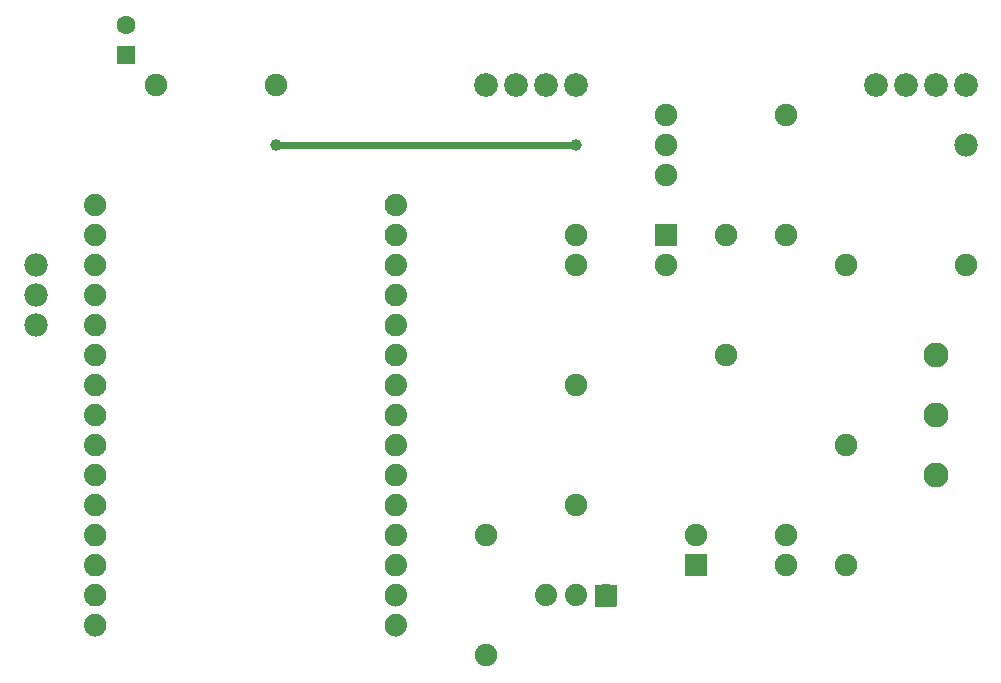
<source format=gbl>
G04 MADE WITH FRITZING*
G04 WWW.FRITZING.ORG*
G04 DOUBLE SIDED*
G04 HOLES PLATED*
G04 CONTOUR ON CENTER OF CONTOUR VECTOR*
%ASAXBY*%
%FSLAX23Y23*%
%MOIN*%
%OFA0B0*%
%SFA1.0B1.0*%
%ADD10C,0.074000*%
%ADD11C,0.078000*%
%ADD12C,0.062992*%
%ADD13C,0.074106*%
%ADD14C,0.075000*%
%ADD15C,0.083307*%
%ADD16C,0.079370*%
%ADD17C,0.039370*%
%ADD18R,0.062992X0.062992*%
%ADD19R,0.075000X0.075000*%
%ADD20C,0.024000*%
%ADD21R,0.001000X0.001000*%
%LNCOPPER0*%
G90*
G70*
G54D10*
X2220Y606D03*
X2120Y606D03*
X2020Y606D03*
X2220Y606D03*
X2120Y606D03*
X2020Y606D03*
X2220Y606D03*
X2120Y606D03*
X2020Y606D03*
G54D11*
X320Y1706D03*
X320Y1606D03*
X320Y1506D03*
X320Y1706D03*
X320Y1606D03*
X320Y1506D03*
G54D12*
X620Y2407D03*
X620Y2506D03*
X620Y2407D03*
X620Y2506D03*
G54D13*
X518Y506D03*
X518Y606D03*
X518Y706D03*
X518Y806D03*
X518Y906D03*
X518Y1006D03*
X518Y1106D03*
X518Y1207D03*
X518Y1307D03*
X518Y1407D03*
X518Y1507D03*
X518Y1607D03*
X518Y1707D03*
X518Y1807D03*
X518Y1908D03*
X1520Y506D03*
X1520Y606D03*
X1520Y706D03*
X1520Y806D03*
X1520Y906D03*
X1520Y1006D03*
X1520Y1106D03*
X1520Y1207D03*
X1520Y1307D03*
X1520Y1407D03*
X1520Y1507D03*
X1520Y1607D03*
X1520Y1707D03*
X1520Y1807D03*
X1520Y1908D03*
X518Y506D03*
X518Y606D03*
X518Y706D03*
X518Y806D03*
X518Y906D03*
X518Y1006D03*
X518Y1106D03*
X518Y1207D03*
X518Y1307D03*
X518Y1407D03*
X518Y1507D03*
X518Y1607D03*
X518Y1707D03*
X518Y1807D03*
X518Y1908D03*
X1520Y506D03*
X1520Y606D03*
X1520Y706D03*
X1520Y806D03*
X1520Y906D03*
X1520Y1006D03*
X1520Y1106D03*
X1520Y1207D03*
X1520Y1307D03*
X1520Y1407D03*
X1520Y1507D03*
X1520Y1607D03*
X1520Y1707D03*
X1520Y1807D03*
X1520Y1908D03*
G54D14*
X2420Y2206D03*
X2420Y2106D03*
X2420Y2006D03*
X2420Y2206D03*
X2420Y2106D03*
X2420Y2006D03*
G54D11*
X3420Y2106D03*
X3420Y2106D03*
G54D14*
X2820Y1806D03*
X2820Y2206D03*
X2820Y1806D03*
X2820Y2206D03*
X3020Y706D03*
X3020Y1106D03*
X3020Y706D03*
X3020Y1106D03*
X2620Y1406D03*
X2620Y1806D03*
X2620Y1406D03*
X2620Y1806D03*
X1120Y2306D03*
X720Y2306D03*
X1120Y2306D03*
X720Y2306D03*
X3420Y1706D03*
X3020Y1706D03*
X3420Y1706D03*
X3020Y1706D03*
X2520Y706D03*
X2820Y706D03*
X2520Y806D03*
X2820Y806D03*
X2520Y706D03*
X2820Y706D03*
X2520Y806D03*
X2820Y806D03*
X2420Y1806D03*
X2120Y1806D03*
X2420Y1706D03*
X2120Y1706D03*
X2420Y1806D03*
X2120Y1806D03*
X2420Y1706D03*
X2120Y1706D03*
X2120Y906D03*
X2120Y1306D03*
X2120Y906D03*
X2120Y1306D03*
X1820Y406D03*
X1820Y806D03*
X1820Y406D03*
X1820Y806D03*
G54D15*
X3320Y1406D03*
X3320Y1206D03*
X3320Y1006D03*
X3320Y1406D03*
X3320Y1206D03*
X3320Y1006D03*
G54D16*
X2120Y2306D03*
X2020Y2306D03*
X1920Y2306D03*
X1820Y2306D03*
X2120Y2306D03*
X2020Y2306D03*
X1920Y2306D03*
X1820Y2306D03*
X3420Y2306D03*
X3320Y2306D03*
X3220Y2306D03*
X3120Y2306D03*
X3420Y2306D03*
X3320Y2306D03*
X3220Y2306D03*
X3120Y2306D03*
G54D17*
X2120Y2106D03*
X1120Y2106D03*
G54D18*
X620Y2407D03*
X620Y2407D03*
G54D19*
X2520Y706D03*
X2520Y706D03*
X2420Y1806D03*
X2420Y1806D03*
G54D20*
X2112Y2106D02*
X1128Y2106D01*
G54D21*
X514Y1944D02*
X523Y1944D01*
X1516Y1944D02*
X1525Y1944D01*
X510Y1943D02*
X528Y1943D01*
X1511Y1943D02*
X1529Y1943D01*
X507Y1942D02*
X531Y1942D01*
X1508Y1942D02*
X1532Y1942D01*
X504Y1941D02*
X534Y1941D01*
X1506Y1941D02*
X1535Y1941D01*
X502Y1940D02*
X536Y1940D01*
X1504Y1940D02*
X1537Y1940D01*
X500Y1939D02*
X537Y1939D01*
X1502Y1939D02*
X1539Y1939D01*
X499Y1938D02*
X539Y1938D01*
X1500Y1938D02*
X1541Y1938D01*
X497Y1937D02*
X540Y1937D01*
X1499Y1937D02*
X1542Y1937D01*
X496Y1936D02*
X542Y1936D01*
X1497Y1936D02*
X1543Y1936D01*
X495Y1935D02*
X543Y1935D01*
X1496Y1935D02*
X1544Y1935D01*
X494Y1934D02*
X544Y1934D01*
X1495Y1934D02*
X1546Y1934D01*
X493Y1933D02*
X545Y1933D01*
X1494Y1933D02*
X1547Y1933D01*
X492Y1932D02*
X546Y1932D01*
X1493Y1932D02*
X1547Y1932D01*
X491Y1931D02*
X547Y1931D01*
X1492Y1931D02*
X1548Y1931D01*
X490Y1930D02*
X548Y1930D01*
X1492Y1930D02*
X1549Y1930D01*
X489Y1929D02*
X548Y1929D01*
X1491Y1929D02*
X1550Y1929D01*
X489Y1928D02*
X549Y1928D01*
X1490Y1928D02*
X1550Y1928D01*
X488Y1927D02*
X550Y1927D01*
X1490Y1927D02*
X1551Y1927D01*
X487Y1926D02*
X550Y1926D01*
X1489Y1926D02*
X1552Y1926D01*
X487Y1925D02*
X551Y1925D01*
X1488Y1925D02*
X1552Y1925D01*
X486Y1924D02*
X512Y1924D01*
X525Y1924D02*
X551Y1924D01*
X1488Y1924D02*
X1514Y1924D01*
X1527Y1924D02*
X1553Y1924D01*
X486Y1923D02*
X510Y1923D01*
X528Y1923D02*
X552Y1923D01*
X1487Y1923D02*
X1512Y1923D01*
X1529Y1923D02*
X1553Y1923D01*
X485Y1922D02*
X508Y1922D01*
X529Y1922D02*
X552Y1922D01*
X1487Y1922D02*
X1510Y1922D01*
X1531Y1922D02*
X1554Y1922D01*
X485Y1921D02*
X507Y1921D01*
X530Y1921D02*
X553Y1921D01*
X1487Y1921D02*
X1509Y1921D01*
X1532Y1921D02*
X1554Y1921D01*
X485Y1920D02*
X506Y1920D01*
X532Y1920D02*
X553Y1920D01*
X1486Y1920D02*
X1508Y1920D01*
X1533Y1920D02*
X1554Y1920D01*
X484Y1919D02*
X505Y1919D01*
X532Y1919D02*
X553Y1919D01*
X1486Y1919D02*
X1507Y1919D01*
X1534Y1919D02*
X1555Y1919D01*
X484Y1918D02*
X504Y1918D01*
X533Y1918D02*
X554Y1918D01*
X1485Y1918D02*
X1506Y1918D01*
X1535Y1918D02*
X1555Y1918D01*
X484Y1917D02*
X504Y1917D01*
X534Y1917D02*
X554Y1917D01*
X1485Y1917D02*
X1505Y1917D01*
X1536Y1917D02*
X1555Y1917D01*
X483Y1916D02*
X503Y1916D01*
X535Y1916D02*
X554Y1916D01*
X1485Y1916D02*
X1504Y1916D01*
X1536Y1916D02*
X1556Y1916D01*
X483Y1915D02*
X502Y1915D01*
X535Y1915D02*
X554Y1915D01*
X1485Y1915D02*
X1504Y1915D01*
X1537Y1915D02*
X1556Y1915D01*
X483Y1914D02*
X502Y1914D01*
X536Y1914D02*
X555Y1914D01*
X1484Y1914D02*
X1503Y1914D01*
X1537Y1914D02*
X1556Y1914D01*
X483Y1913D02*
X502Y1913D01*
X536Y1913D02*
X555Y1913D01*
X1484Y1913D02*
X1503Y1913D01*
X1537Y1913D02*
X1556Y1913D01*
X483Y1912D02*
X501Y1912D01*
X536Y1912D02*
X555Y1912D01*
X1484Y1912D02*
X1503Y1912D01*
X1538Y1912D02*
X1556Y1912D01*
X483Y1911D02*
X501Y1911D01*
X537Y1911D02*
X555Y1911D01*
X1484Y1911D02*
X1503Y1911D01*
X1538Y1911D02*
X1557Y1911D01*
X482Y1910D02*
X501Y1910D01*
X537Y1910D02*
X555Y1910D01*
X1484Y1910D02*
X1502Y1910D01*
X1538Y1910D02*
X1557Y1910D01*
X482Y1909D02*
X501Y1909D01*
X537Y1909D02*
X555Y1909D01*
X1484Y1909D02*
X1502Y1909D01*
X1538Y1909D02*
X1557Y1909D01*
X482Y1908D02*
X501Y1908D01*
X537Y1908D02*
X555Y1908D01*
X1484Y1908D02*
X1502Y1908D01*
X1538Y1908D02*
X1557Y1908D01*
X482Y1907D02*
X501Y1907D01*
X537Y1907D02*
X555Y1907D01*
X1484Y1907D02*
X1502Y1907D01*
X1538Y1907D02*
X1557Y1907D01*
X482Y1906D02*
X501Y1906D01*
X537Y1906D02*
X555Y1906D01*
X1484Y1906D02*
X1502Y1906D01*
X1538Y1906D02*
X1557Y1906D01*
X482Y1905D02*
X501Y1905D01*
X537Y1905D02*
X555Y1905D01*
X1484Y1905D02*
X1502Y1905D01*
X1538Y1905D02*
X1557Y1905D01*
X482Y1904D02*
X501Y1904D01*
X537Y1904D02*
X555Y1904D01*
X1484Y1904D02*
X1503Y1904D01*
X1538Y1904D02*
X1557Y1904D01*
X483Y1903D02*
X501Y1903D01*
X536Y1903D02*
X555Y1903D01*
X1484Y1903D02*
X1503Y1903D01*
X1538Y1903D02*
X1556Y1903D01*
X483Y1902D02*
X502Y1902D01*
X536Y1902D02*
X555Y1902D01*
X1484Y1902D02*
X1503Y1902D01*
X1538Y1902D02*
X1556Y1902D01*
X483Y1901D02*
X502Y1901D01*
X536Y1901D02*
X555Y1901D01*
X1484Y1901D02*
X1503Y1901D01*
X1537Y1901D02*
X1556Y1901D01*
X483Y1900D02*
X502Y1900D01*
X535Y1900D02*
X555Y1900D01*
X1485Y1900D02*
X1504Y1900D01*
X1537Y1900D02*
X1556Y1900D01*
X483Y1899D02*
X503Y1899D01*
X535Y1899D02*
X554Y1899D01*
X1485Y1899D02*
X1504Y1899D01*
X1536Y1899D02*
X1556Y1899D01*
X484Y1898D02*
X503Y1898D01*
X534Y1898D02*
X554Y1898D01*
X1485Y1898D02*
X1505Y1898D01*
X1536Y1898D02*
X1555Y1898D01*
X484Y1897D02*
X504Y1897D01*
X533Y1897D02*
X554Y1897D01*
X1485Y1897D02*
X1506Y1897D01*
X1535Y1897D02*
X1555Y1897D01*
X484Y1896D02*
X505Y1896D01*
X533Y1896D02*
X553Y1896D01*
X1486Y1896D02*
X1507Y1896D01*
X1534Y1896D02*
X1555Y1896D01*
X485Y1895D02*
X506Y1895D01*
X532Y1895D02*
X553Y1895D01*
X1486Y1895D02*
X1507Y1895D01*
X1533Y1895D02*
X1554Y1895D01*
X485Y1894D02*
X507Y1894D01*
X531Y1894D02*
X553Y1894D01*
X1486Y1894D02*
X1509Y1894D01*
X1532Y1894D02*
X1554Y1894D01*
X485Y1893D02*
X508Y1893D01*
X529Y1893D02*
X552Y1893D01*
X1487Y1893D02*
X1510Y1893D01*
X1531Y1893D02*
X1554Y1893D01*
X486Y1892D02*
X510Y1892D01*
X528Y1892D02*
X552Y1892D01*
X1487Y1892D02*
X1511Y1892D01*
X1529Y1892D02*
X1553Y1892D01*
X486Y1891D02*
X512Y1891D01*
X526Y1891D02*
X551Y1891D01*
X1488Y1891D02*
X1513Y1891D01*
X1527Y1891D02*
X1553Y1891D01*
X487Y1890D02*
X517Y1890D01*
X521Y1890D02*
X551Y1890D01*
X1488Y1890D02*
X1519Y1890D01*
X1522Y1890D02*
X1552Y1890D01*
X487Y1889D02*
X550Y1889D01*
X1489Y1889D02*
X1552Y1889D01*
X488Y1888D02*
X550Y1888D01*
X1489Y1888D02*
X1551Y1888D01*
X489Y1887D02*
X549Y1887D01*
X1490Y1887D02*
X1551Y1887D01*
X489Y1886D02*
X548Y1886D01*
X1491Y1886D02*
X1550Y1886D01*
X490Y1885D02*
X548Y1885D01*
X1491Y1885D02*
X1549Y1885D01*
X491Y1884D02*
X547Y1884D01*
X1492Y1884D02*
X1548Y1884D01*
X492Y1883D02*
X546Y1883D01*
X1493Y1883D02*
X1548Y1883D01*
X492Y1882D02*
X545Y1882D01*
X1494Y1882D02*
X1547Y1882D01*
X493Y1881D02*
X544Y1881D01*
X1495Y1881D02*
X1546Y1881D01*
X495Y1880D02*
X543Y1880D01*
X1496Y1880D02*
X1545Y1880D01*
X496Y1879D02*
X542Y1879D01*
X1497Y1879D02*
X1543Y1879D01*
X497Y1878D02*
X541Y1878D01*
X1498Y1878D02*
X1542Y1878D01*
X498Y1877D02*
X539Y1877D01*
X1500Y1877D02*
X1541Y1877D01*
X500Y1876D02*
X538Y1876D01*
X1502Y1876D02*
X1539Y1876D01*
X502Y1875D02*
X536Y1875D01*
X1503Y1875D02*
X1537Y1875D01*
X504Y1874D02*
X534Y1874D01*
X1505Y1874D02*
X1535Y1874D01*
X506Y1873D02*
X531Y1873D01*
X1508Y1873D02*
X1533Y1873D01*
X509Y1872D02*
X529Y1872D01*
X1511Y1872D02*
X1530Y1872D01*
X513Y1871D02*
X524Y1871D01*
X1515Y1871D02*
X1526Y1871D01*
X515Y1844D02*
X523Y1844D01*
X1516Y1844D02*
X1524Y1844D01*
X510Y1843D02*
X528Y1843D01*
X1511Y1843D02*
X1529Y1843D01*
X507Y1842D02*
X531Y1842D01*
X1508Y1842D02*
X1532Y1842D01*
X504Y1841D02*
X533Y1841D01*
X1506Y1841D02*
X1535Y1841D01*
X502Y1840D02*
X535Y1840D01*
X1504Y1840D02*
X1537Y1840D01*
X500Y1839D02*
X537Y1839D01*
X1502Y1839D02*
X1539Y1839D01*
X499Y1838D02*
X539Y1838D01*
X1500Y1838D02*
X1540Y1838D01*
X497Y1837D02*
X540Y1837D01*
X1499Y1837D02*
X1542Y1837D01*
X496Y1836D02*
X542Y1836D01*
X1497Y1836D02*
X1543Y1836D01*
X495Y1835D02*
X543Y1835D01*
X1496Y1835D02*
X1544Y1835D01*
X494Y1834D02*
X544Y1834D01*
X1495Y1834D02*
X1545Y1834D01*
X493Y1833D02*
X545Y1833D01*
X1494Y1833D02*
X1546Y1833D01*
X492Y1832D02*
X546Y1832D01*
X1493Y1832D02*
X1547Y1832D01*
X491Y1831D02*
X547Y1831D01*
X1492Y1831D02*
X1548Y1831D01*
X490Y1830D02*
X548Y1830D01*
X1492Y1830D02*
X1549Y1830D01*
X489Y1829D02*
X548Y1829D01*
X1491Y1829D02*
X1550Y1829D01*
X489Y1828D02*
X549Y1828D01*
X1490Y1828D02*
X1550Y1828D01*
X488Y1827D02*
X550Y1827D01*
X1490Y1827D02*
X1551Y1827D01*
X488Y1826D02*
X550Y1826D01*
X1489Y1826D02*
X1552Y1826D01*
X487Y1825D02*
X551Y1825D01*
X1488Y1825D02*
X1552Y1825D01*
X486Y1824D02*
X513Y1824D01*
X525Y1824D02*
X551Y1824D01*
X1488Y1824D02*
X1514Y1824D01*
X1526Y1824D02*
X1553Y1824D01*
X486Y1823D02*
X510Y1823D01*
X527Y1823D02*
X552Y1823D01*
X1487Y1823D02*
X1512Y1823D01*
X1529Y1823D02*
X1553Y1823D01*
X486Y1822D02*
X509Y1822D01*
X529Y1822D02*
X552Y1822D01*
X1487Y1822D02*
X1510Y1822D01*
X1530Y1822D02*
X1554Y1822D01*
X485Y1821D02*
X507Y1821D01*
X530Y1821D02*
X553Y1821D01*
X1487Y1821D02*
X1509Y1821D01*
X1532Y1821D02*
X1554Y1821D01*
X485Y1820D02*
X506Y1820D01*
X531Y1820D02*
X553Y1820D01*
X1486Y1820D02*
X1508Y1820D01*
X1533Y1820D02*
X1554Y1820D01*
X484Y1819D02*
X505Y1819D01*
X532Y1819D02*
X553Y1819D01*
X1486Y1819D02*
X1507Y1819D01*
X1534Y1819D02*
X1555Y1819D01*
X484Y1818D02*
X504Y1818D01*
X533Y1818D02*
X554Y1818D01*
X1485Y1818D02*
X1506Y1818D01*
X1535Y1818D02*
X1555Y1818D01*
X484Y1817D02*
X504Y1817D01*
X534Y1817D02*
X554Y1817D01*
X1485Y1817D02*
X1505Y1817D01*
X1535Y1817D02*
X1555Y1817D01*
X483Y1816D02*
X503Y1816D01*
X535Y1816D02*
X554Y1816D01*
X1485Y1816D02*
X1504Y1816D01*
X1536Y1816D02*
X1556Y1816D01*
X483Y1815D02*
X502Y1815D01*
X535Y1815D02*
X554Y1815D01*
X1485Y1815D02*
X1504Y1815D01*
X1537Y1815D02*
X1556Y1815D01*
X483Y1814D02*
X502Y1814D01*
X536Y1814D02*
X555Y1814D01*
X1484Y1814D02*
X1503Y1814D01*
X1537Y1814D02*
X1556Y1814D01*
X483Y1813D02*
X502Y1813D01*
X536Y1813D02*
X555Y1813D01*
X1484Y1813D02*
X1503Y1813D01*
X1537Y1813D02*
X1556Y1813D01*
X483Y1812D02*
X501Y1812D01*
X536Y1812D02*
X555Y1812D01*
X1484Y1812D02*
X1503Y1812D01*
X1538Y1812D02*
X1556Y1812D01*
X483Y1811D02*
X501Y1811D01*
X537Y1811D02*
X555Y1811D01*
X1484Y1811D02*
X1503Y1811D01*
X1538Y1811D02*
X1557Y1811D01*
X482Y1810D02*
X501Y1810D01*
X537Y1810D02*
X555Y1810D01*
X1484Y1810D02*
X1502Y1810D01*
X1538Y1810D02*
X1557Y1810D01*
X482Y1809D02*
X501Y1809D01*
X537Y1809D02*
X555Y1809D01*
X1484Y1809D02*
X1502Y1809D01*
X1538Y1809D02*
X1557Y1809D01*
X482Y1808D02*
X501Y1808D01*
X537Y1808D02*
X555Y1808D01*
X1484Y1808D02*
X1502Y1808D01*
X1538Y1808D02*
X1557Y1808D01*
X482Y1807D02*
X501Y1807D01*
X537Y1807D02*
X555Y1807D01*
X1484Y1807D02*
X1502Y1807D01*
X1538Y1807D02*
X1557Y1807D01*
X482Y1806D02*
X501Y1806D01*
X537Y1806D02*
X555Y1806D01*
X1484Y1806D02*
X1502Y1806D01*
X1538Y1806D02*
X1557Y1806D01*
X482Y1805D02*
X501Y1805D01*
X537Y1805D02*
X555Y1805D01*
X1484Y1805D02*
X1502Y1805D01*
X1538Y1805D02*
X1557Y1805D01*
X482Y1804D02*
X501Y1804D01*
X537Y1804D02*
X555Y1804D01*
X1484Y1804D02*
X1503Y1804D01*
X1538Y1804D02*
X1557Y1804D01*
X483Y1803D02*
X501Y1803D01*
X536Y1803D02*
X555Y1803D01*
X1484Y1803D02*
X1503Y1803D01*
X1538Y1803D02*
X1557Y1803D01*
X483Y1802D02*
X502Y1802D01*
X536Y1802D02*
X555Y1802D01*
X1484Y1802D02*
X1503Y1802D01*
X1538Y1802D02*
X1556Y1802D01*
X483Y1801D02*
X502Y1801D01*
X536Y1801D02*
X555Y1801D01*
X1484Y1801D02*
X1503Y1801D01*
X1537Y1801D02*
X1556Y1801D01*
X483Y1800D02*
X502Y1800D01*
X535Y1800D02*
X555Y1800D01*
X1485Y1800D02*
X1504Y1800D01*
X1537Y1800D02*
X1556Y1800D01*
X483Y1799D02*
X503Y1799D01*
X535Y1799D02*
X554Y1799D01*
X1485Y1799D02*
X1504Y1799D01*
X1536Y1799D02*
X1556Y1799D01*
X484Y1798D02*
X503Y1798D01*
X534Y1798D02*
X554Y1798D01*
X1485Y1798D02*
X1505Y1798D01*
X1536Y1798D02*
X1555Y1798D01*
X484Y1797D02*
X504Y1797D01*
X534Y1797D02*
X554Y1797D01*
X1485Y1797D02*
X1506Y1797D01*
X1535Y1797D02*
X1555Y1797D01*
X484Y1796D02*
X505Y1796D01*
X533Y1796D02*
X553Y1796D01*
X1486Y1796D02*
X1506Y1796D01*
X1534Y1796D02*
X1555Y1796D01*
X485Y1795D02*
X506Y1795D01*
X532Y1795D02*
X553Y1795D01*
X1486Y1795D02*
X1507Y1795D01*
X1533Y1795D02*
X1554Y1795D01*
X485Y1794D02*
X507Y1794D01*
X531Y1794D02*
X553Y1794D01*
X1486Y1794D02*
X1508Y1794D01*
X1532Y1794D02*
X1554Y1794D01*
X485Y1793D02*
X508Y1793D01*
X529Y1793D02*
X552Y1793D01*
X1487Y1793D02*
X1510Y1793D01*
X1531Y1793D02*
X1554Y1793D01*
X486Y1792D02*
X510Y1792D01*
X528Y1792D02*
X552Y1792D01*
X1487Y1792D02*
X1511Y1792D01*
X1529Y1792D02*
X1553Y1792D01*
X486Y1791D02*
X512Y1791D01*
X526Y1791D02*
X551Y1791D01*
X1488Y1791D02*
X1513Y1791D01*
X1528Y1791D02*
X1553Y1791D01*
X487Y1790D02*
X516Y1790D01*
X522Y1790D02*
X551Y1790D01*
X1488Y1790D02*
X1517Y1790D01*
X1523Y1790D02*
X1552Y1790D01*
X487Y1789D02*
X550Y1789D01*
X1489Y1789D02*
X1552Y1789D01*
X488Y1788D02*
X550Y1788D01*
X1489Y1788D02*
X1551Y1788D01*
X489Y1787D02*
X549Y1787D01*
X1490Y1787D02*
X1551Y1787D01*
X489Y1786D02*
X549Y1786D01*
X1491Y1786D02*
X1550Y1786D01*
X490Y1785D02*
X548Y1785D01*
X1491Y1785D02*
X1549Y1785D01*
X491Y1784D02*
X547Y1784D01*
X1492Y1784D02*
X1548Y1784D01*
X491Y1783D02*
X546Y1783D01*
X1493Y1783D02*
X1548Y1783D01*
X492Y1782D02*
X545Y1782D01*
X1494Y1782D02*
X1547Y1782D01*
X493Y1781D02*
X544Y1781D01*
X1495Y1781D02*
X1546Y1781D01*
X494Y1780D02*
X543Y1780D01*
X1496Y1780D02*
X1545Y1780D01*
X496Y1779D02*
X542Y1779D01*
X1497Y1779D02*
X1544Y1779D01*
X497Y1778D02*
X541Y1778D01*
X1498Y1778D02*
X1542Y1778D01*
X498Y1777D02*
X539Y1777D01*
X1500Y1777D02*
X1541Y1777D01*
X500Y1776D02*
X538Y1776D01*
X1501Y1776D02*
X1539Y1776D01*
X502Y1775D02*
X536Y1775D01*
X1503Y1775D02*
X1538Y1775D01*
X504Y1774D02*
X534Y1774D01*
X1505Y1774D02*
X1535Y1774D01*
X506Y1773D02*
X532Y1773D01*
X1507Y1773D02*
X1533Y1773D01*
X509Y1772D02*
X529Y1772D01*
X1510Y1772D02*
X1530Y1772D01*
X513Y1771D02*
X525Y1771D01*
X1514Y1771D02*
X1526Y1771D01*
X516Y1744D02*
X522Y1744D01*
X1517Y1744D02*
X1524Y1744D01*
X510Y1743D02*
X527Y1743D01*
X1512Y1743D02*
X1529Y1743D01*
X507Y1742D02*
X530Y1742D01*
X1509Y1742D02*
X1532Y1742D01*
X505Y1741D02*
X533Y1741D01*
X1506Y1741D02*
X1534Y1741D01*
X503Y1740D02*
X535Y1740D01*
X1504Y1740D02*
X1537Y1740D01*
X501Y1739D02*
X537Y1739D01*
X1502Y1739D02*
X1538Y1739D01*
X499Y1738D02*
X539Y1738D01*
X1500Y1738D02*
X1540Y1738D01*
X498Y1737D02*
X540Y1737D01*
X1499Y1737D02*
X1542Y1737D01*
X496Y1736D02*
X542Y1736D01*
X1498Y1736D02*
X1543Y1736D01*
X495Y1735D02*
X543Y1735D01*
X1496Y1735D02*
X1544Y1735D01*
X494Y1734D02*
X544Y1734D01*
X1495Y1734D02*
X1545Y1734D01*
X493Y1733D02*
X545Y1733D01*
X1494Y1733D02*
X1546Y1733D01*
X492Y1732D02*
X546Y1732D01*
X1493Y1732D02*
X1547Y1732D01*
X491Y1731D02*
X547Y1731D01*
X1492Y1731D02*
X1548Y1731D01*
X490Y1730D02*
X547Y1730D01*
X1492Y1730D02*
X1549Y1730D01*
X490Y1729D02*
X548Y1729D01*
X1491Y1729D02*
X1550Y1729D01*
X489Y1728D02*
X549Y1728D01*
X1490Y1728D02*
X1550Y1728D01*
X488Y1727D02*
X549Y1727D01*
X1490Y1727D02*
X1551Y1727D01*
X488Y1726D02*
X550Y1726D01*
X1489Y1726D02*
X1552Y1726D01*
X487Y1725D02*
X551Y1725D01*
X1488Y1725D02*
X1552Y1725D01*
X487Y1724D02*
X513Y1724D01*
X525Y1724D02*
X551Y1724D01*
X1488Y1724D02*
X1515Y1724D01*
X1526Y1724D02*
X1553Y1724D01*
X486Y1723D02*
X511Y1723D01*
X527Y1723D02*
X552Y1723D01*
X1488Y1723D02*
X1512Y1723D01*
X1529Y1723D02*
X1553Y1723D01*
X486Y1722D02*
X509Y1722D01*
X529Y1722D02*
X552Y1722D01*
X1487Y1722D02*
X1510Y1722D01*
X1530Y1722D02*
X1554Y1722D01*
X485Y1721D02*
X508Y1721D01*
X530Y1721D02*
X553Y1721D01*
X1487Y1721D02*
X1509Y1721D01*
X1532Y1721D02*
X1554Y1721D01*
X485Y1720D02*
X506Y1720D01*
X531Y1720D02*
X553Y1720D01*
X1486Y1720D02*
X1508Y1720D01*
X1533Y1720D02*
X1554Y1720D01*
X484Y1719D02*
X505Y1719D01*
X532Y1719D02*
X553Y1719D01*
X1486Y1719D02*
X1507Y1719D01*
X1534Y1719D02*
X1555Y1719D01*
X484Y1718D02*
X505Y1718D01*
X533Y1718D02*
X554Y1718D01*
X1486Y1718D02*
X1506Y1718D01*
X1535Y1718D02*
X1555Y1718D01*
X484Y1717D02*
X504Y1717D01*
X534Y1717D02*
X554Y1717D01*
X1485Y1717D02*
X1505Y1717D01*
X1535Y1717D02*
X1555Y1717D01*
X484Y1716D02*
X503Y1716D01*
X535Y1716D02*
X554Y1716D01*
X1485Y1716D02*
X1505Y1716D01*
X1536Y1716D02*
X1556Y1716D01*
X483Y1715D02*
X503Y1715D01*
X535Y1715D02*
X554Y1715D01*
X1485Y1715D02*
X1504Y1715D01*
X1537Y1715D02*
X1556Y1715D01*
X483Y1714D02*
X502Y1714D01*
X536Y1714D02*
X555Y1714D01*
X1484Y1714D02*
X1503Y1714D01*
X1537Y1714D02*
X1556Y1714D01*
X483Y1713D02*
X502Y1713D01*
X536Y1713D02*
X555Y1713D01*
X1484Y1713D02*
X1503Y1713D01*
X1537Y1713D02*
X1556Y1713D01*
X483Y1712D02*
X501Y1712D01*
X536Y1712D02*
X555Y1712D01*
X1484Y1712D02*
X1503Y1712D01*
X1538Y1712D02*
X1556Y1712D01*
X483Y1711D02*
X501Y1711D01*
X537Y1711D02*
X555Y1711D01*
X1484Y1711D02*
X1503Y1711D01*
X1538Y1711D02*
X1557Y1711D01*
X482Y1710D02*
X501Y1710D01*
X537Y1710D02*
X555Y1710D01*
X1484Y1710D02*
X1502Y1710D01*
X1538Y1710D02*
X1557Y1710D01*
X482Y1709D02*
X501Y1709D01*
X537Y1709D02*
X555Y1709D01*
X1484Y1709D02*
X1502Y1709D01*
X1538Y1709D02*
X1557Y1709D01*
X482Y1708D02*
X501Y1708D01*
X537Y1708D02*
X555Y1708D01*
X1484Y1708D02*
X1502Y1708D01*
X1538Y1708D02*
X1557Y1708D01*
X482Y1707D02*
X501Y1707D01*
X537Y1707D02*
X555Y1707D01*
X1484Y1707D02*
X1502Y1707D01*
X1538Y1707D02*
X1557Y1707D01*
X482Y1706D02*
X501Y1706D01*
X537Y1706D02*
X555Y1706D01*
X1484Y1706D02*
X1502Y1706D01*
X1538Y1706D02*
X1557Y1706D01*
X482Y1705D02*
X501Y1705D01*
X537Y1705D02*
X555Y1705D01*
X1484Y1705D02*
X1502Y1705D01*
X1538Y1705D02*
X1557Y1705D01*
X482Y1704D02*
X501Y1704D01*
X537Y1704D02*
X555Y1704D01*
X1484Y1704D02*
X1503Y1704D01*
X1538Y1704D02*
X1557Y1704D01*
X483Y1703D02*
X501Y1703D01*
X536Y1703D02*
X555Y1703D01*
X1484Y1703D02*
X1503Y1703D01*
X1538Y1703D02*
X1557Y1703D01*
X483Y1702D02*
X502Y1702D01*
X536Y1702D02*
X555Y1702D01*
X1484Y1702D02*
X1503Y1702D01*
X1538Y1702D02*
X1556Y1702D01*
X483Y1701D02*
X502Y1701D01*
X536Y1701D02*
X555Y1701D01*
X1484Y1701D02*
X1503Y1701D01*
X1537Y1701D02*
X1556Y1701D01*
X483Y1700D02*
X502Y1700D01*
X535Y1700D02*
X555Y1700D01*
X1485Y1700D02*
X1504Y1700D01*
X1537Y1700D02*
X1556Y1700D01*
X483Y1699D02*
X503Y1699D01*
X535Y1699D02*
X554Y1699D01*
X1485Y1699D02*
X1504Y1699D01*
X1536Y1699D02*
X1556Y1699D01*
X484Y1698D02*
X503Y1698D01*
X534Y1698D02*
X554Y1698D01*
X1485Y1698D02*
X1505Y1698D01*
X1536Y1698D02*
X1555Y1698D01*
X484Y1697D02*
X504Y1697D01*
X534Y1697D02*
X554Y1697D01*
X1485Y1697D02*
X1506Y1697D01*
X1535Y1697D02*
X1555Y1697D01*
X484Y1696D02*
X505Y1696D01*
X533Y1696D02*
X553Y1696D01*
X1486Y1696D02*
X1506Y1696D01*
X1534Y1696D02*
X1555Y1696D01*
X485Y1695D02*
X506Y1695D01*
X532Y1695D02*
X553Y1695D01*
X1486Y1695D02*
X1507Y1695D01*
X1533Y1695D02*
X1555Y1695D01*
X485Y1694D02*
X507Y1694D01*
X531Y1694D02*
X553Y1694D01*
X1486Y1694D02*
X1508Y1694D01*
X1532Y1694D02*
X1554Y1694D01*
X485Y1693D02*
X508Y1693D01*
X530Y1693D02*
X552Y1693D01*
X1487Y1693D02*
X1509Y1693D01*
X1531Y1693D02*
X1554Y1693D01*
X486Y1692D02*
X509Y1692D01*
X528Y1692D02*
X552Y1692D01*
X1487Y1692D02*
X1511Y1692D01*
X1530Y1692D02*
X1553Y1692D01*
X486Y1691D02*
X511Y1691D01*
X526Y1691D02*
X551Y1691D01*
X1488Y1691D02*
X1513Y1691D01*
X1528Y1691D02*
X1553Y1691D01*
X487Y1690D02*
X515Y1690D01*
X523Y1690D02*
X551Y1690D01*
X1488Y1690D02*
X1516Y1690D01*
X1525Y1690D02*
X1552Y1690D01*
X487Y1689D02*
X550Y1689D01*
X1489Y1689D02*
X1552Y1689D01*
X488Y1688D02*
X550Y1688D01*
X1489Y1688D02*
X1551Y1688D01*
X488Y1687D02*
X549Y1687D01*
X1490Y1687D02*
X1551Y1687D01*
X489Y1686D02*
X549Y1686D01*
X1491Y1686D02*
X1550Y1686D01*
X490Y1685D02*
X548Y1685D01*
X1491Y1685D02*
X1549Y1685D01*
X491Y1684D02*
X547Y1684D01*
X1492Y1684D02*
X1549Y1684D01*
X491Y1683D02*
X546Y1683D01*
X1493Y1683D02*
X1548Y1683D01*
X492Y1682D02*
X545Y1682D01*
X1494Y1682D02*
X1547Y1682D01*
X493Y1681D02*
X545Y1681D01*
X1495Y1681D02*
X1546Y1681D01*
X494Y1680D02*
X543Y1680D01*
X1496Y1680D02*
X1545Y1680D01*
X495Y1679D02*
X542Y1679D01*
X1497Y1679D02*
X1544Y1679D01*
X497Y1678D02*
X541Y1678D01*
X1498Y1678D02*
X1542Y1678D01*
X498Y1677D02*
X540Y1677D01*
X1500Y1677D02*
X1541Y1677D01*
X500Y1676D02*
X538Y1676D01*
X1501Y1676D02*
X1539Y1676D01*
X501Y1675D02*
X536Y1675D01*
X1503Y1675D02*
X1538Y1675D01*
X503Y1674D02*
X534Y1674D01*
X1505Y1674D02*
X1536Y1674D01*
X506Y1673D02*
X532Y1673D01*
X1507Y1673D02*
X1533Y1673D01*
X508Y1672D02*
X529Y1672D01*
X1510Y1672D02*
X1531Y1672D01*
X512Y1671D02*
X526Y1671D01*
X1513Y1671D02*
X1527Y1671D01*
X517Y1644D02*
X521Y1644D01*
X1518Y1644D02*
X1522Y1644D01*
X511Y1643D02*
X527Y1643D01*
X1512Y1643D02*
X1528Y1643D01*
X508Y1642D02*
X530Y1642D01*
X1509Y1642D02*
X1532Y1642D01*
X505Y1641D02*
X533Y1641D01*
X1506Y1641D02*
X1534Y1641D01*
X503Y1640D02*
X535Y1640D01*
X1504Y1640D02*
X1536Y1640D01*
X501Y1639D02*
X537Y1639D01*
X1502Y1639D02*
X1538Y1639D01*
X499Y1638D02*
X539Y1638D01*
X1501Y1638D02*
X1540Y1638D01*
X498Y1637D02*
X540Y1637D01*
X1499Y1637D02*
X1541Y1637D01*
X496Y1636D02*
X541Y1636D01*
X1498Y1636D02*
X1543Y1636D01*
X495Y1635D02*
X543Y1635D01*
X1496Y1635D02*
X1544Y1635D01*
X494Y1634D02*
X544Y1634D01*
X1495Y1634D02*
X1545Y1634D01*
X493Y1633D02*
X545Y1633D01*
X1494Y1633D02*
X1546Y1633D01*
X492Y1632D02*
X546Y1632D01*
X1493Y1632D02*
X1547Y1632D01*
X491Y1631D02*
X547Y1631D01*
X1493Y1631D02*
X1548Y1631D01*
X490Y1630D02*
X547Y1630D01*
X1492Y1630D02*
X1549Y1630D01*
X490Y1629D02*
X548Y1629D01*
X1491Y1629D02*
X1550Y1629D01*
X489Y1628D02*
X549Y1628D01*
X1490Y1628D02*
X1550Y1628D01*
X488Y1627D02*
X549Y1627D01*
X1490Y1627D02*
X1551Y1627D01*
X488Y1626D02*
X550Y1626D01*
X1489Y1626D02*
X1551Y1626D01*
X487Y1625D02*
X551Y1625D01*
X1489Y1625D02*
X1552Y1625D01*
X487Y1624D02*
X513Y1624D01*
X524Y1624D02*
X551Y1624D01*
X1488Y1624D02*
X1515Y1624D01*
X1526Y1624D02*
X1553Y1624D01*
X486Y1623D02*
X511Y1623D01*
X527Y1623D02*
X552Y1623D01*
X1488Y1623D02*
X1512Y1623D01*
X1528Y1623D02*
X1553Y1623D01*
X486Y1622D02*
X509Y1622D01*
X529Y1622D02*
X552Y1622D01*
X1487Y1622D02*
X1510Y1622D01*
X1530Y1622D02*
X1553Y1622D01*
X485Y1621D02*
X508Y1621D01*
X530Y1621D02*
X552Y1621D01*
X1487Y1621D02*
X1509Y1621D01*
X1531Y1621D02*
X1554Y1621D01*
X485Y1620D02*
X507Y1620D01*
X531Y1620D02*
X553Y1620D01*
X1486Y1620D02*
X1508Y1620D01*
X1533Y1620D02*
X1554Y1620D01*
X484Y1619D02*
X506Y1619D01*
X532Y1619D02*
X553Y1619D01*
X1486Y1619D02*
X1507Y1619D01*
X1534Y1619D02*
X1555Y1619D01*
X484Y1618D02*
X505Y1618D01*
X533Y1618D02*
X554Y1618D01*
X1486Y1618D02*
X1506Y1618D01*
X1534Y1618D02*
X1555Y1618D01*
X484Y1617D02*
X504Y1617D01*
X534Y1617D02*
X554Y1617D01*
X1485Y1617D02*
X1505Y1617D01*
X1535Y1617D02*
X1555Y1617D01*
X484Y1616D02*
X503Y1616D01*
X535Y1616D02*
X554Y1616D01*
X1485Y1616D02*
X1505Y1616D01*
X1536Y1616D02*
X1556Y1616D01*
X483Y1615D02*
X503Y1615D01*
X535Y1615D02*
X554Y1615D01*
X1485Y1615D02*
X1504Y1615D01*
X1537Y1615D02*
X1556Y1615D01*
X483Y1614D02*
X502Y1614D01*
X536Y1614D02*
X555Y1614D01*
X1484Y1614D02*
X1504Y1614D01*
X1537Y1614D02*
X1556Y1614D01*
X483Y1613D02*
X502Y1613D01*
X536Y1613D02*
X555Y1613D01*
X1484Y1613D02*
X1503Y1613D01*
X1537Y1613D02*
X1556Y1613D01*
X483Y1612D02*
X501Y1612D01*
X536Y1612D02*
X555Y1612D01*
X1484Y1612D02*
X1503Y1612D01*
X1538Y1612D02*
X1556Y1612D01*
X483Y1611D02*
X501Y1611D01*
X537Y1611D02*
X555Y1611D01*
X1484Y1611D02*
X1503Y1611D01*
X1538Y1611D02*
X1557Y1611D01*
X482Y1610D02*
X501Y1610D01*
X537Y1610D02*
X555Y1610D01*
X1484Y1610D02*
X1502Y1610D01*
X1538Y1610D02*
X1557Y1610D01*
X482Y1609D02*
X501Y1609D01*
X537Y1609D02*
X555Y1609D01*
X1484Y1609D02*
X1502Y1609D01*
X1538Y1609D02*
X1557Y1609D01*
X482Y1608D02*
X501Y1608D01*
X537Y1608D02*
X555Y1608D01*
X1484Y1608D02*
X1502Y1608D01*
X1538Y1608D02*
X1557Y1608D01*
X482Y1607D02*
X501Y1607D01*
X537Y1607D02*
X555Y1607D01*
X1484Y1607D02*
X1502Y1607D01*
X1538Y1607D02*
X1557Y1607D01*
X482Y1606D02*
X501Y1606D01*
X537Y1606D02*
X555Y1606D01*
X1484Y1606D02*
X1502Y1606D01*
X1538Y1606D02*
X1557Y1606D01*
X482Y1605D02*
X501Y1605D01*
X537Y1605D02*
X555Y1605D01*
X1484Y1605D02*
X1502Y1605D01*
X1538Y1605D02*
X1557Y1605D01*
X482Y1604D02*
X501Y1604D01*
X537Y1604D02*
X555Y1604D01*
X1484Y1604D02*
X1502Y1604D01*
X1538Y1604D02*
X1557Y1604D01*
X483Y1603D02*
X501Y1603D01*
X536Y1603D02*
X555Y1603D01*
X1484Y1603D02*
X1503Y1603D01*
X1538Y1603D02*
X1557Y1603D01*
X483Y1602D02*
X501Y1602D01*
X536Y1602D02*
X555Y1602D01*
X1484Y1602D02*
X1503Y1602D01*
X1538Y1602D02*
X1556Y1602D01*
X483Y1601D02*
X502Y1601D01*
X536Y1601D02*
X555Y1601D01*
X1484Y1601D02*
X1503Y1601D01*
X1537Y1601D02*
X1556Y1601D01*
X483Y1600D02*
X502Y1600D01*
X536Y1600D02*
X555Y1600D01*
X1485Y1600D02*
X1504Y1600D01*
X1537Y1600D02*
X1556Y1600D01*
X483Y1599D02*
X503Y1599D01*
X535Y1599D02*
X554Y1599D01*
X1485Y1599D02*
X1504Y1599D01*
X1536Y1599D02*
X1556Y1599D01*
X484Y1598D02*
X503Y1598D01*
X534Y1598D02*
X554Y1598D01*
X1485Y1598D02*
X1505Y1598D01*
X1536Y1598D02*
X1556Y1598D01*
X484Y1597D02*
X504Y1597D01*
X534Y1597D02*
X554Y1597D01*
X1485Y1597D02*
X1505Y1597D01*
X1535Y1597D02*
X1555Y1597D01*
X484Y1596D02*
X505Y1596D01*
X533Y1596D02*
X554Y1596D01*
X1486Y1596D02*
X1506Y1596D01*
X1534Y1596D02*
X1555Y1596D01*
X485Y1595D02*
X506Y1595D01*
X532Y1595D02*
X553Y1595D01*
X1486Y1595D02*
X1507Y1595D01*
X1533Y1595D02*
X1555Y1595D01*
X485Y1594D02*
X507Y1594D01*
X531Y1594D02*
X553Y1594D01*
X1486Y1594D02*
X1508Y1594D01*
X1532Y1594D02*
X1554Y1594D01*
X485Y1593D02*
X508Y1593D01*
X530Y1593D02*
X552Y1593D01*
X1487Y1593D02*
X1509Y1593D01*
X1531Y1593D02*
X1554Y1593D01*
X486Y1592D02*
X509Y1592D01*
X528Y1592D02*
X552Y1592D01*
X1487Y1592D02*
X1511Y1592D01*
X1530Y1592D02*
X1553Y1592D01*
X486Y1591D02*
X511Y1591D01*
X527Y1591D02*
X551Y1591D01*
X1488Y1591D02*
X1513Y1591D01*
X1528Y1591D02*
X1553Y1591D01*
X487Y1590D02*
X514Y1590D01*
X524Y1590D02*
X551Y1590D01*
X1488Y1590D02*
X1516Y1590D01*
X1525Y1590D02*
X1552Y1590D01*
X487Y1589D02*
X550Y1589D01*
X1489Y1589D02*
X1552Y1589D01*
X488Y1588D02*
X550Y1588D01*
X1489Y1588D02*
X1551Y1588D01*
X488Y1587D02*
X549Y1587D01*
X1490Y1587D02*
X1551Y1587D01*
X489Y1586D02*
X549Y1586D01*
X1490Y1586D02*
X1550Y1586D01*
X490Y1585D02*
X548Y1585D01*
X1491Y1585D02*
X1549Y1585D01*
X490Y1584D02*
X547Y1584D01*
X1492Y1584D02*
X1549Y1584D01*
X491Y1583D02*
X546Y1583D01*
X1493Y1583D02*
X1548Y1583D01*
X492Y1582D02*
X546Y1582D01*
X1494Y1582D02*
X1547Y1582D01*
X493Y1581D02*
X545Y1581D01*
X1495Y1581D02*
X1546Y1581D01*
X494Y1580D02*
X544Y1580D01*
X1496Y1580D02*
X1545Y1580D01*
X495Y1579D02*
X542Y1579D01*
X1497Y1579D02*
X1544Y1579D01*
X497Y1578D02*
X541Y1578D01*
X1498Y1578D02*
X1543Y1578D01*
X498Y1577D02*
X540Y1577D01*
X1499Y1577D02*
X1541Y1577D01*
X500Y1576D02*
X538Y1576D01*
X1501Y1576D02*
X1540Y1576D01*
X501Y1575D02*
X536Y1575D01*
X1503Y1575D02*
X1538Y1575D01*
X503Y1574D02*
X534Y1574D01*
X1505Y1574D02*
X1536Y1574D01*
X505Y1573D02*
X532Y1573D01*
X1507Y1573D02*
X1534Y1573D01*
X508Y1572D02*
X530Y1572D01*
X1510Y1572D02*
X1531Y1572D01*
X512Y1571D02*
X526Y1571D01*
X1513Y1571D02*
X1528Y1571D01*
X519Y1544D02*
X519Y1544D01*
X1520Y1544D02*
X1520Y1544D01*
X511Y1543D02*
X526Y1543D01*
X1513Y1543D02*
X1528Y1543D01*
X508Y1542D02*
X530Y1542D01*
X1509Y1542D02*
X1531Y1542D01*
X505Y1541D02*
X533Y1541D01*
X1507Y1541D02*
X1534Y1541D01*
X503Y1540D02*
X535Y1540D01*
X1504Y1540D02*
X1536Y1540D01*
X501Y1539D02*
X537Y1539D01*
X1502Y1539D02*
X1538Y1539D01*
X499Y1538D02*
X538Y1538D01*
X1501Y1538D02*
X1540Y1538D01*
X498Y1537D02*
X540Y1537D01*
X1499Y1537D02*
X1541Y1537D01*
X496Y1536D02*
X541Y1536D01*
X1498Y1536D02*
X1543Y1536D01*
X495Y1535D02*
X543Y1535D01*
X1497Y1535D02*
X1544Y1535D01*
X494Y1534D02*
X544Y1534D01*
X1495Y1534D02*
X1545Y1534D01*
X493Y1533D02*
X545Y1533D01*
X1494Y1533D02*
X1546Y1533D01*
X492Y1532D02*
X546Y1532D01*
X1494Y1532D02*
X1547Y1532D01*
X491Y1531D02*
X546Y1531D01*
X1493Y1531D02*
X1548Y1531D01*
X490Y1530D02*
X547Y1530D01*
X1492Y1530D02*
X1549Y1530D01*
X490Y1529D02*
X548Y1529D01*
X1491Y1529D02*
X1549Y1529D01*
X489Y1528D02*
X549Y1528D01*
X1490Y1528D02*
X1550Y1528D01*
X488Y1527D02*
X549Y1527D01*
X1490Y1527D02*
X1551Y1527D01*
X488Y1526D02*
X550Y1526D01*
X1489Y1526D02*
X1551Y1526D01*
X487Y1525D02*
X551Y1525D01*
X1489Y1525D02*
X1552Y1525D01*
X487Y1524D02*
X514Y1524D01*
X524Y1524D02*
X551Y1524D01*
X1488Y1524D02*
X1515Y1524D01*
X1525Y1524D02*
X1552Y1524D01*
X486Y1523D02*
X511Y1523D01*
X527Y1523D02*
X552Y1523D01*
X1488Y1523D02*
X1512Y1523D01*
X1528Y1523D02*
X1553Y1523D01*
X486Y1522D02*
X509Y1522D01*
X529Y1522D02*
X552Y1522D01*
X1487Y1522D02*
X1511Y1522D01*
X1530Y1522D02*
X1553Y1522D01*
X485Y1521D02*
X508Y1521D01*
X530Y1521D02*
X552Y1521D01*
X1487Y1521D02*
X1509Y1521D01*
X1531Y1521D02*
X1554Y1521D01*
X485Y1520D02*
X507Y1520D01*
X531Y1520D02*
X553Y1520D01*
X1486Y1520D02*
X1508Y1520D01*
X1532Y1520D02*
X1554Y1520D01*
X484Y1519D02*
X506Y1519D01*
X532Y1519D02*
X553Y1519D01*
X1486Y1519D02*
X1507Y1519D01*
X1533Y1519D02*
X1555Y1519D01*
X484Y1518D02*
X505Y1518D01*
X533Y1518D02*
X554Y1518D01*
X1486Y1518D02*
X1506Y1518D01*
X1534Y1518D02*
X1555Y1518D01*
X484Y1517D02*
X504Y1517D01*
X534Y1517D02*
X554Y1517D01*
X1485Y1517D02*
X1505Y1517D01*
X1535Y1517D02*
X1555Y1517D01*
X484Y1516D02*
X503Y1516D01*
X534Y1516D02*
X554Y1516D01*
X1485Y1516D02*
X1505Y1516D01*
X1536Y1516D02*
X1556Y1516D01*
X483Y1515D02*
X503Y1515D01*
X535Y1515D02*
X554Y1515D01*
X1485Y1515D02*
X1504Y1515D01*
X1536Y1515D02*
X1556Y1515D01*
X483Y1514D02*
X502Y1514D01*
X536Y1514D02*
X555Y1514D01*
X1485Y1514D02*
X1504Y1514D01*
X1537Y1514D02*
X1556Y1514D01*
X483Y1513D02*
X502Y1513D01*
X536Y1513D02*
X555Y1513D01*
X1484Y1513D02*
X1503Y1513D01*
X1537Y1513D02*
X1556Y1513D01*
X483Y1512D02*
X501Y1512D01*
X536Y1512D02*
X555Y1512D01*
X1484Y1512D02*
X1503Y1512D01*
X1538Y1512D02*
X1556Y1512D01*
X483Y1511D02*
X501Y1511D01*
X536Y1511D02*
X555Y1511D01*
X1484Y1511D02*
X1503Y1511D01*
X1538Y1511D02*
X1557Y1511D01*
X482Y1510D02*
X501Y1510D01*
X537Y1510D02*
X555Y1510D01*
X1484Y1510D02*
X1502Y1510D01*
X1538Y1510D02*
X1557Y1510D01*
X482Y1509D02*
X501Y1509D01*
X537Y1509D02*
X555Y1509D01*
X1484Y1509D02*
X1502Y1509D01*
X1538Y1509D02*
X1557Y1509D01*
X482Y1508D02*
X501Y1508D01*
X537Y1508D02*
X555Y1508D01*
X1484Y1508D02*
X1502Y1508D01*
X1538Y1508D02*
X1557Y1508D01*
X482Y1507D02*
X501Y1507D01*
X537Y1507D02*
X555Y1507D01*
X1484Y1507D02*
X1502Y1507D01*
X1538Y1507D02*
X1557Y1507D01*
X482Y1506D02*
X501Y1506D01*
X537Y1506D02*
X555Y1506D01*
X1484Y1506D02*
X1502Y1506D01*
X1538Y1506D02*
X1557Y1506D01*
X482Y1505D02*
X501Y1505D01*
X537Y1505D02*
X555Y1505D01*
X1484Y1505D02*
X1502Y1505D01*
X1538Y1505D02*
X1557Y1505D01*
X482Y1504D02*
X501Y1504D01*
X537Y1504D02*
X555Y1504D01*
X1484Y1504D02*
X1502Y1504D01*
X1538Y1504D02*
X1557Y1504D01*
X483Y1503D02*
X501Y1503D01*
X536Y1503D02*
X555Y1503D01*
X1484Y1503D02*
X1503Y1503D01*
X1538Y1503D02*
X1557Y1503D01*
X483Y1502D02*
X501Y1502D01*
X536Y1502D02*
X555Y1502D01*
X1484Y1502D02*
X1503Y1502D01*
X1538Y1502D02*
X1556Y1502D01*
X483Y1501D02*
X502Y1501D01*
X536Y1501D02*
X555Y1501D01*
X1484Y1501D02*
X1503Y1501D01*
X1537Y1501D02*
X1556Y1501D01*
X483Y1500D02*
X502Y1500D01*
X536Y1500D02*
X555Y1500D01*
X1485Y1500D02*
X1504Y1500D01*
X1537Y1500D02*
X1556Y1500D01*
X483Y1499D02*
X503Y1499D01*
X535Y1499D02*
X554Y1499D01*
X1485Y1499D02*
X1504Y1499D01*
X1536Y1499D02*
X1556Y1499D01*
X484Y1498D02*
X503Y1498D01*
X534Y1498D02*
X554Y1498D01*
X1485Y1498D02*
X1505Y1498D01*
X1536Y1498D02*
X1556Y1498D01*
X484Y1497D02*
X504Y1497D01*
X534Y1497D02*
X554Y1497D01*
X1485Y1497D02*
X1505Y1497D01*
X1535Y1497D02*
X1555Y1497D01*
X484Y1496D02*
X505Y1496D01*
X533Y1496D02*
X554Y1496D01*
X1486Y1496D02*
X1506Y1496D01*
X1534Y1496D02*
X1555Y1496D01*
X484Y1495D02*
X506Y1495D01*
X532Y1495D02*
X553Y1495D01*
X1486Y1495D02*
X1507Y1495D01*
X1534Y1495D02*
X1555Y1495D01*
X485Y1494D02*
X507Y1494D01*
X531Y1494D02*
X553Y1494D01*
X1486Y1494D02*
X1508Y1494D01*
X1532Y1494D02*
X1554Y1494D01*
X485Y1493D02*
X508Y1493D01*
X530Y1493D02*
X552Y1493D01*
X1487Y1493D02*
X1509Y1493D01*
X1531Y1493D02*
X1554Y1493D01*
X486Y1492D02*
X509Y1492D01*
X529Y1492D02*
X552Y1492D01*
X1487Y1492D02*
X1511Y1492D01*
X1530Y1492D02*
X1553Y1492D01*
X486Y1491D02*
X511Y1491D01*
X527Y1491D02*
X552Y1491D01*
X1488Y1491D02*
X1512Y1491D01*
X1528Y1491D02*
X1553Y1491D01*
X487Y1490D02*
X514Y1490D01*
X524Y1490D02*
X551Y1490D01*
X1488Y1490D02*
X1515Y1490D01*
X1525Y1490D02*
X1552Y1490D01*
X487Y1489D02*
X551Y1489D01*
X1489Y1489D02*
X1552Y1489D01*
X488Y1488D02*
X550Y1488D01*
X1489Y1488D02*
X1551Y1488D01*
X488Y1487D02*
X549Y1487D01*
X1490Y1487D02*
X1551Y1487D01*
X489Y1486D02*
X549Y1486D01*
X1490Y1486D02*
X1550Y1486D01*
X490Y1485D02*
X548Y1485D01*
X1491Y1485D02*
X1549Y1485D01*
X490Y1484D02*
X547Y1484D01*
X1492Y1484D02*
X1549Y1484D01*
X491Y1483D02*
X547Y1483D01*
X1493Y1483D02*
X1548Y1483D01*
X492Y1482D02*
X546Y1482D01*
X1494Y1482D02*
X1547Y1482D01*
X493Y1481D02*
X545Y1481D01*
X1494Y1481D02*
X1546Y1481D01*
X494Y1480D02*
X544Y1480D01*
X1495Y1480D02*
X1545Y1480D01*
X495Y1479D02*
X543Y1479D01*
X1497Y1479D02*
X1544Y1479D01*
X496Y1478D02*
X541Y1478D01*
X1498Y1478D02*
X1543Y1478D01*
X498Y1477D02*
X540Y1477D01*
X1499Y1477D02*
X1541Y1477D01*
X499Y1476D02*
X538Y1476D01*
X1501Y1476D02*
X1540Y1476D01*
X501Y1475D02*
X537Y1475D01*
X1502Y1475D02*
X1538Y1475D01*
X503Y1474D02*
X535Y1474D01*
X1504Y1474D02*
X1536Y1474D01*
X505Y1473D02*
X533Y1473D01*
X1507Y1473D02*
X1534Y1473D01*
X508Y1472D02*
X530Y1472D01*
X1509Y1472D02*
X1531Y1472D01*
X511Y1471D02*
X526Y1471D01*
X1513Y1471D02*
X1528Y1471D01*
X519Y1470D02*
X519Y1470D01*
X1520Y1470D02*
X1521Y1470D01*
X512Y1443D02*
X526Y1443D01*
X1513Y1443D02*
X1527Y1443D01*
X508Y1442D02*
X530Y1442D01*
X1510Y1442D02*
X1531Y1442D01*
X505Y1441D02*
X532Y1441D01*
X1507Y1441D02*
X1534Y1441D01*
X503Y1440D02*
X534Y1440D01*
X1505Y1440D02*
X1536Y1440D01*
X501Y1439D02*
X536Y1439D01*
X1503Y1439D02*
X1538Y1439D01*
X500Y1438D02*
X538Y1438D01*
X1501Y1438D02*
X1540Y1438D01*
X498Y1437D02*
X540Y1437D01*
X1499Y1437D02*
X1541Y1437D01*
X497Y1436D02*
X541Y1436D01*
X1498Y1436D02*
X1543Y1436D01*
X495Y1435D02*
X542Y1435D01*
X1497Y1435D02*
X1544Y1435D01*
X494Y1434D02*
X543Y1434D01*
X1496Y1434D02*
X1545Y1434D01*
X493Y1433D02*
X545Y1433D01*
X1495Y1433D02*
X1546Y1433D01*
X492Y1432D02*
X545Y1432D01*
X1494Y1432D02*
X1547Y1432D01*
X491Y1431D02*
X546Y1431D01*
X1493Y1431D02*
X1548Y1431D01*
X490Y1430D02*
X547Y1430D01*
X1492Y1430D02*
X1549Y1430D01*
X490Y1429D02*
X548Y1429D01*
X1491Y1429D02*
X1549Y1429D01*
X489Y1428D02*
X549Y1428D01*
X1490Y1428D02*
X1550Y1428D01*
X488Y1427D02*
X549Y1427D01*
X1490Y1427D02*
X1551Y1427D01*
X488Y1426D02*
X550Y1426D01*
X1489Y1426D02*
X1551Y1426D01*
X487Y1425D02*
X550Y1425D01*
X1489Y1425D02*
X1552Y1425D01*
X487Y1424D02*
X514Y1424D01*
X523Y1424D02*
X551Y1424D01*
X1488Y1424D02*
X1516Y1424D01*
X1525Y1424D02*
X1552Y1424D01*
X486Y1423D02*
X511Y1423D01*
X527Y1423D02*
X551Y1423D01*
X1488Y1423D02*
X1513Y1423D01*
X1528Y1423D02*
X1553Y1423D01*
X486Y1422D02*
X509Y1422D01*
X528Y1422D02*
X552Y1422D01*
X1487Y1422D02*
X1511Y1422D01*
X1530Y1422D02*
X1553Y1422D01*
X485Y1421D02*
X508Y1421D01*
X530Y1421D02*
X552Y1421D01*
X1487Y1421D02*
X1509Y1421D01*
X1531Y1421D02*
X1554Y1421D01*
X485Y1420D02*
X507Y1420D01*
X531Y1420D02*
X553Y1420D01*
X1486Y1420D02*
X1508Y1420D01*
X1532Y1420D02*
X1554Y1420D01*
X485Y1419D02*
X506Y1419D01*
X532Y1419D02*
X553Y1419D01*
X1486Y1419D02*
X1507Y1419D01*
X1533Y1419D02*
X1555Y1419D01*
X484Y1418D02*
X505Y1418D01*
X533Y1418D02*
X553Y1418D01*
X1486Y1418D02*
X1506Y1418D01*
X1534Y1418D02*
X1555Y1418D01*
X484Y1417D02*
X504Y1417D01*
X534Y1417D02*
X554Y1417D01*
X1485Y1417D02*
X1505Y1417D01*
X1535Y1417D02*
X1555Y1417D01*
X484Y1416D02*
X503Y1416D01*
X534Y1416D02*
X554Y1416D01*
X1485Y1416D02*
X1505Y1416D01*
X1536Y1416D02*
X1556Y1416D01*
X483Y1415D02*
X503Y1415D01*
X535Y1415D02*
X554Y1415D01*
X1485Y1415D02*
X1504Y1415D01*
X1536Y1415D02*
X1556Y1415D01*
X483Y1414D02*
X502Y1414D01*
X536Y1414D02*
X555Y1414D01*
X1485Y1414D02*
X1504Y1414D01*
X1537Y1414D02*
X1556Y1414D01*
X483Y1413D02*
X502Y1413D01*
X536Y1413D02*
X555Y1413D01*
X1484Y1413D02*
X1503Y1413D01*
X1537Y1413D02*
X1556Y1413D01*
X483Y1412D02*
X501Y1412D01*
X536Y1412D02*
X555Y1412D01*
X1484Y1412D02*
X1503Y1412D01*
X1538Y1412D02*
X1556Y1412D01*
X483Y1411D02*
X501Y1411D01*
X536Y1411D02*
X555Y1411D01*
X1484Y1411D02*
X1503Y1411D01*
X1538Y1411D02*
X1557Y1411D01*
X482Y1410D02*
X501Y1410D01*
X537Y1410D02*
X555Y1410D01*
X1484Y1410D02*
X1502Y1410D01*
X1538Y1410D02*
X1557Y1410D01*
X482Y1409D02*
X501Y1409D01*
X537Y1409D02*
X555Y1409D01*
X1484Y1409D02*
X1502Y1409D01*
X1538Y1409D02*
X1557Y1409D01*
X482Y1408D02*
X501Y1408D01*
X537Y1408D02*
X555Y1408D01*
X1484Y1408D02*
X1502Y1408D01*
X1538Y1408D02*
X1557Y1408D01*
X482Y1407D02*
X501Y1407D01*
X537Y1407D02*
X555Y1407D01*
X1484Y1407D02*
X1502Y1407D01*
X1538Y1407D02*
X1557Y1407D01*
X482Y1406D02*
X501Y1406D01*
X537Y1406D02*
X555Y1406D01*
X1484Y1406D02*
X1502Y1406D01*
X1538Y1406D02*
X1557Y1406D01*
X482Y1405D02*
X501Y1405D01*
X537Y1405D02*
X555Y1405D01*
X1484Y1405D02*
X1502Y1405D01*
X1538Y1405D02*
X1557Y1405D01*
X482Y1404D02*
X501Y1404D01*
X537Y1404D02*
X555Y1404D01*
X1484Y1404D02*
X1502Y1404D01*
X1538Y1404D02*
X1557Y1404D01*
X483Y1403D02*
X501Y1403D01*
X537Y1403D02*
X555Y1403D01*
X1484Y1403D02*
X1503Y1403D01*
X1538Y1403D02*
X1557Y1403D01*
X483Y1402D02*
X501Y1402D01*
X536Y1402D02*
X555Y1402D01*
X1484Y1402D02*
X1503Y1402D01*
X1538Y1402D02*
X1556Y1402D01*
X483Y1401D02*
X502Y1401D01*
X536Y1401D02*
X555Y1401D01*
X1484Y1401D02*
X1503Y1401D01*
X1537Y1401D02*
X1556Y1401D01*
X483Y1400D02*
X502Y1400D01*
X536Y1400D02*
X555Y1400D01*
X1484Y1400D02*
X1503Y1400D01*
X1537Y1400D02*
X1556Y1400D01*
X483Y1399D02*
X503Y1399D01*
X535Y1399D02*
X554Y1399D01*
X1485Y1399D02*
X1504Y1399D01*
X1537Y1399D02*
X1556Y1399D01*
X484Y1398D02*
X503Y1398D01*
X535Y1398D02*
X554Y1398D01*
X1485Y1398D02*
X1505Y1398D01*
X1536Y1398D02*
X1556Y1398D01*
X484Y1397D02*
X504Y1397D01*
X534Y1397D02*
X554Y1397D01*
X1485Y1397D02*
X1505Y1397D01*
X1535Y1397D02*
X1555Y1397D01*
X484Y1396D02*
X505Y1396D01*
X533Y1396D02*
X554Y1396D01*
X1486Y1396D02*
X1506Y1396D01*
X1534Y1396D02*
X1555Y1396D01*
X484Y1395D02*
X506Y1395D01*
X532Y1395D02*
X553Y1395D01*
X1486Y1395D02*
X1507Y1395D01*
X1534Y1395D02*
X1555Y1395D01*
X485Y1394D02*
X507Y1394D01*
X531Y1394D02*
X553Y1394D01*
X1486Y1394D02*
X1508Y1394D01*
X1533Y1394D02*
X1554Y1394D01*
X485Y1393D02*
X508Y1393D01*
X530Y1393D02*
X552Y1393D01*
X1487Y1393D02*
X1509Y1393D01*
X1531Y1393D02*
X1554Y1393D01*
X486Y1392D02*
X509Y1392D01*
X529Y1392D02*
X552Y1392D01*
X1487Y1392D02*
X1510Y1392D01*
X1530Y1392D02*
X1553Y1392D01*
X486Y1391D02*
X511Y1391D01*
X527Y1391D02*
X552Y1391D01*
X1488Y1391D02*
X1512Y1391D01*
X1528Y1391D02*
X1553Y1391D01*
X487Y1390D02*
X513Y1390D01*
X524Y1390D02*
X551Y1390D01*
X1488Y1390D02*
X1515Y1390D01*
X1526Y1390D02*
X1553Y1390D01*
X487Y1389D02*
X551Y1389D01*
X1489Y1389D02*
X1552Y1389D01*
X488Y1388D02*
X550Y1388D01*
X1489Y1388D02*
X1551Y1388D01*
X488Y1387D02*
X549Y1387D01*
X1490Y1387D02*
X1551Y1387D01*
X489Y1386D02*
X549Y1386D01*
X1490Y1386D02*
X1550Y1386D01*
X490Y1385D02*
X548Y1385D01*
X1491Y1385D02*
X1550Y1385D01*
X490Y1384D02*
X547Y1384D01*
X1492Y1384D02*
X1549Y1384D01*
X491Y1383D02*
X547Y1383D01*
X1493Y1383D02*
X1548Y1383D01*
X492Y1382D02*
X546Y1382D01*
X1493Y1382D02*
X1547Y1382D01*
X493Y1381D02*
X545Y1381D01*
X1494Y1381D02*
X1546Y1381D01*
X494Y1380D02*
X544Y1380D01*
X1495Y1380D02*
X1545Y1380D01*
X495Y1379D02*
X543Y1379D01*
X1496Y1379D02*
X1544Y1379D01*
X496Y1378D02*
X541Y1378D01*
X1498Y1378D02*
X1543Y1378D01*
X498Y1377D02*
X540Y1377D01*
X1499Y1377D02*
X1541Y1377D01*
X499Y1376D02*
X539Y1376D01*
X1501Y1376D02*
X1540Y1376D01*
X501Y1375D02*
X537Y1375D01*
X1502Y1375D02*
X1538Y1375D01*
X503Y1374D02*
X535Y1374D01*
X1504Y1374D02*
X1536Y1374D01*
X505Y1373D02*
X533Y1373D01*
X1506Y1373D02*
X1534Y1373D01*
X507Y1372D02*
X530Y1372D01*
X1509Y1372D02*
X1532Y1372D01*
X511Y1371D02*
X527Y1371D01*
X1512Y1371D02*
X1528Y1371D01*
X517Y1370D02*
X521Y1370D01*
X1518Y1370D02*
X1523Y1370D01*
X512Y1343D02*
X525Y1343D01*
X1514Y1343D02*
X1527Y1343D01*
X508Y1342D02*
X529Y1342D01*
X1510Y1342D02*
X1531Y1342D01*
X506Y1341D02*
X532Y1341D01*
X1507Y1341D02*
X1533Y1341D01*
X503Y1340D02*
X534Y1340D01*
X1505Y1340D02*
X1536Y1340D01*
X501Y1339D02*
X536Y1339D01*
X1503Y1339D02*
X1538Y1339D01*
X500Y1338D02*
X538Y1338D01*
X1501Y1338D02*
X1539Y1338D01*
X498Y1337D02*
X540Y1337D01*
X1500Y1337D02*
X1541Y1337D01*
X497Y1336D02*
X541Y1336D01*
X1498Y1336D02*
X1542Y1336D01*
X495Y1335D02*
X542Y1335D01*
X1497Y1335D02*
X1544Y1335D01*
X494Y1334D02*
X543Y1334D01*
X1496Y1334D02*
X1545Y1334D01*
X493Y1333D02*
X544Y1333D01*
X1495Y1333D02*
X1546Y1333D01*
X492Y1332D02*
X545Y1332D01*
X1494Y1332D02*
X1547Y1332D01*
X491Y1331D02*
X546Y1331D01*
X1493Y1331D02*
X1548Y1331D01*
X491Y1330D02*
X547Y1330D01*
X1492Y1330D02*
X1549Y1330D01*
X490Y1329D02*
X548Y1329D01*
X1491Y1329D02*
X1549Y1329D01*
X489Y1328D02*
X549Y1328D01*
X1491Y1328D02*
X1550Y1328D01*
X488Y1327D02*
X549Y1327D01*
X1490Y1327D02*
X1551Y1327D01*
X488Y1326D02*
X550Y1326D01*
X1489Y1326D02*
X1551Y1326D01*
X487Y1325D02*
X550Y1325D01*
X1489Y1325D02*
X1552Y1325D01*
X487Y1324D02*
X515Y1324D01*
X523Y1324D02*
X551Y1324D01*
X1488Y1324D02*
X1516Y1324D01*
X1524Y1324D02*
X1552Y1324D01*
X486Y1323D02*
X511Y1323D01*
X526Y1323D02*
X551Y1323D01*
X1488Y1323D02*
X1513Y1323D01*
X1528Y1323D02*
X1553Y1323D01*
X486Y1322D02*
X510Y1322D01*
X528Y1322D02*
X552Y1322D01*
X1487Y1322D02*
X1511Y1322D01*
X1530Y1322D02*
X1553Y1322D01*
X485Y1321D02*
X508Y1321D01*
X530Y1321D02*
X552Y1321D01*
X1487Y1321D02*
X1510Y1321D01*
X1531Y1321D02*
X1554Y1321D01*
X485Y1320D02*
X507Y1320D01*
X531Y1320D02*
X553Y1320D01*
X1486Y1320D02*
X1508Y1320D01*
X1532Y1320D02*
X1554Y1320D01*
X485Y1319D02*
X506Y1319D01*
X532Y1319D02*
X553Y1319D01*
X1486Y1319D02*
X1507Y1319D01*
X1533Y1319D02*
X1555Y1319D01*
X484Y1318D02*
X505Y1318D01*
X533Y1318D02*
X553Y1318D01*
X1486Y1318D02*
X1506Y1318D01*
X1534Y1318D02*
X1555Y1318D01*
X484Y1317D02*
X504Y1317D01*
X534Y1317D02*
X554Y1317D01*
X1485Y1317D02*
X1506Y1317D01*
X1535Y1317D02*
X1555Y1317D01*
X484Y1316D02*
X503Y1316D01*
X534Y1316D02*
X554Y1316D01*
X1485Y1316D02*
X1505Y1316D01*
X1536Y1316D02*
X1555Y1316D01*
X483Y1315D02*
X503Y1315D01*
X535Y1315D02*
X554Y1315D01*
X1485Y1315D02*
X1504Y1315D01*
X1536Y1315D02*
X1556Y1315D01*
X483Y1314D02*
X502Y1314D01*
X535Y1314D02*
X555Y1314D01*
X1485Y1314D02*
X1504Y1314D01*
X1537Y1314D02*
X1556Y1314D01*
X483Y1313D02*
X502Y1313D01*
X536Y1313D02*
X555Y1313D01*
X1484Y1313D02*
X1503Y1313D01*
X1537Y1313D02*
X1556Y1313D01*
X483Y1312D02*
X502Y1312D01*
X536Y1312D02*
X555Y1312D01*
X1484Y1312D02*
X1503Y1312D01*
X1538Y1312D02*
X1556Y1312D01*
X483Y1311D02*
X501Y1311D01*
X536Y1311D02*
X555Y1311D01*
X1484Y1311D02*
X1503Y1311D01*
X1538Y1311D02*
X1557Y1311D01*
X482Y1310D02*
X501Y1310D01*
X537Y1310D02*
X555Y1310D01*
X1484Y1310D02*
X1503Y1310D01*
X1538Y1310D02*
X1557Y1310D01*
X482Y1309D02*
X501Y1309D01*
X537Y1309D02*
X555Y1309D01*
X1484Y1309D02*
X1502Y1309D01*
X1538Y1309D02*
X1557Y1309D01*
X482Y1308D02*
X501Y1308D01*
X537Y1308D02*
X555Y1308D01*
X1484Y1308D02*
X1502Y1308D01*
X1538Y1308D02*
X1557Y1308D01*
X482Y1307D02*
X501Y1307D01*
X537Y1307D02*
X555Y1307D01*
X1484Y1307D02*
X1502Y1307D01*
X1538Y1307D02*
X1557Y1307D01*
X482Y1306D02*
X501Y1306D01*
X537Y1306D02*
X555Y1306D01*
X1484Y1306D02*
X1502Y1306D01*
X1538Y1306D02*
X1557Y1306D01*
X482Y1305D02*
X501Y1305D01*
X537Y1305D02*
X555Y1305D01*
X1484Y1305D02*
X1502Y1305D01*
X1538Y1305D02*
X1557Y1305D01*
X482Y1304D02*
X501Y1304D01*
X537Y1304D02*
X555Y1304D01*
X1484Y1304D02*
X1502Y1304D01*
X1538Y1304D02*
X1557Y1304D01*
X483Y1303D02*
X501Y1303D01*
X537Y1303D02*
X555Y1303D01*
X1484Y1303D02*
X1503Y1303D01*
X1538Y1303D02*
X1557Y1303D01*
X483Y1302D02*
X501Y1302D01*
X536Y1302D02*
X555Y1302D01*
X1484Y1302D02*
X1503Y1302D01*
X1538Y1302D02*
X1556Y1302D01*
X483Y1301D02*
X502Y1301D01*
X536Y1301D02*
X555Y1301D01*
X1484Y1301D02*
X1503Y1301D01*
X1537Y1301D02*
X1556Y1301D01*
X483Y1300D02*
X502Y1300D01*
X536Y1300D02*
X555Y1300D01*
X1484Y1300D02*
X1503Y1300D01*
X1537Y1300D02*
X1556Y1300D01*
X483Y1299D02*
X503Y1299D01*
X535Y1299D02*
X554Y1299D01*
X1485Y1299D02*
X1504Y1299D01*
X1537Y1299D02*
X1556Y1299D01*
X484Y1298D02*
X503Y1298D01*
X535Y1298D02*
X554Y1298D01*
X1485Y1298D02*
X1505Y1298D01*
X1536Y1298D02*
X1556Y1298D01*
X484Y1297D02*
X504Y1297D01*
X534Y1297D02*
X554Y1297D01*
X1485Y1297D02*
X1505Y1297D01*
X1535Y1297D02*
X1555Y1297D01*
X484Y1296D02*
X505Y1296D01*
X533Y1296D02*
X554Y1296D01*
X1485Y1296D02*
X1506Y1296D01*
X1535Y1296D02*
X1555Y1296D01*
X484Y1295D02*
X505Y1295D01*
X532Y1295D02*
X553Y1295D01*
X1486Y1295D02*
X1507Y1295D01*
X1534Y1295D02*
X1555Y1295D01*
X485Y1294D02*
X506Y1294D01*
X531Y1294D02*
X553Y1294D01*
X1486Y1294D02*
X1508Y1294D01*
X1533Y1294D02*
X1554Y1294D01*
X485Y1293D02*
X508Y1293D01*
X530Y1293D02*
X553Y1293D01*
X1487Y1293D02*
X1509Y1293D01*
X1532Y1293D02*
X1554Y1293D01*
X486Y1292D02*
X509Y1292D01*
X529Y1292D02*
X552Y1292D01*
X1487Y1292D02*
X1510Y1292D01*
X1530Y1292D02*
X1554Y1292D01*
X486Y1291D02*
X510Y1291D01*
X527Y1291D02*
X552Y1291D01*
X1487Y1291D02*
X1512Y1291D01*
X1529Y1291D02*
X1553Y1291D01*
X487Y1290D02*
X513Y1290D01*
X525Y1290D02*
X551Y1290D01*
X1488Y1290D02*
X1514Y1290D01*
X1526Y1290D02*
X1553Y1290D01*
X487Y1289D02*
X551Y1289D01*
X1488Y1289D02*
X1552Y1289D01*
X488Y1288D02*
X550Y1288D01*
X1489Y1288D02*
X1552Y1288D01*
X488Y1287D02*
X549Y1287D01*
X1490Y1287D02*
X1551Y1287D01*
X489Y1286D02*
X549Y1286D01*
X1490Y1286D02*
X1550Y1286D01*
X490Y1285D02*
X548Y1285D01*
X1491Y1285D02*
X1550Y1285D01*
X490Y1284D02*
X547Y1284D01*
X1492Y1284D02*
X1549Y1284D01*
X491Y1283D02*
X547Y1283D01*
X1492Y1283D02*
X1548Y1283D01*
X492Y1282D02*
X546Y1282D01*
X1493Y1282D02*
X1547Y1282D01*
X493Y1281D02*
X545Y1281D01*
X1494Y1281D02*
X1546Y1281D01*
X494Y1280D02*
X544Y1280D01*
X1495Y1280D02*
X1545Y1280D01*
X495Y1279D02*
X543Y1279D01*
X1496Y1279D02*
X1544Y1279D01*
X496Y1278D02*
X542Y1278D01*
X1498Y1278D02*
X1543Y1278D01*
X497Y1277D02*
X540Y1277D01*
X1499Y1277D02*
X1542Y1277D01*
X499Y1276D02*
X539Y1276D01*
X1500Y1276D02*
X1540Y1276D01*
X501Y1275D02*
X537Y1275D01*
X1502Y1275D02*
X1538Y1275D01*
X502Y1274D02*
X535Y1274D01*
X1504Y1274D02*
X1537Y1274D01*
X505Y1273D02*
X533Y1273D01*
X1506Y1273D02*
X1535Y1273D01*
X507Y1272D02*
X531Y1272D01*
X1509Y1272D02*
X1532Y1272D01*
X510Y1271D02*
X527Y1271D01*
X1512Y1271D02*
X1529Y1271D01*
X515Y1270D02*
X522Y1270D01*
X1517Y1270D02*
X1524Y1270D01*
X513Y1243D02*
X525Y1243D01*
X1514Y1243D02*
X1526Y1243D01*
X509Y1242D02*
X529Y1242D01*
X1510Y1242D02*
X1530Y1242D01*
X506Y1241D02*
X532Y1241D01*
X1507Y1241D02*
X1533Y1241D01*
X504Y1240D02*
X534Y1240D01*
X1505Y1240D02*
X1535Y1240D01*
X502Y1239D02*
X536Y1239D01*
X1503Y1239D02*
X1537Y1239D01*
X500Y1238D02*
X538Y1238D01*
X1501Y1238D02*
X1539Y1238D01*
X498Y1237D02*
X539Y1237D01*
X1500Y1237D02*
X1541Y1237D01*
X497Y1236D02*
X541Y1236D01*
X1498Y1236D02*
X1542Y1236D01*
X496Y1235D02*
X542Y1235D01*
X1497Y1235D02*
X1544Y1235D01*
X494Y1234D02*
X543Y1234D01*
X1496Y1234D02*
X1545Y1234D01*
X493Y1233D02*
X544Y1233D01*
X1495Y1233D02*
X1546Y1233D01*
X492Y1232D02*
X545Y1232D01*
X1494Y1232D02*
X1547Y1232D01*
X491Y1231D02*
X546Y1231D01*
X1493Y1231D02*
X1548Y1231D01*
X491Y1230D02*
X547Y1230D01*
X1492Y1230D02*
X1548Y1230D01*
X490Y1229D02*
X548Y1229D01*
X1491Y1229D02*
X1549Y1229D01*
X489Y1228D02*
X548Y1228D01*
X1491Y1228D02*
X1550Y1228D01*
X489Y1227D02*
X549Y1227D01*
X1490Y1227D02*
X1551Y1227D01*
X488Y1226D02*
X550Y1226D01*
X1489Y1226D02*
X1551Y1226D01*
X487Y1225D02*
X550Y1225D01*
X1489Y1225D02*
X1552Y1225D01*
X487Y1224D02*
X516Y1224D01*
X522Y1224D02*
X551Y1224D01*
X1488Y1224D02*
X1518Y1224D01*
X1523Y1224D02*
X1552Y1224D01*
X486Y1223D02*
X512Y1223D01*
X526Y1223D02*
X551Y1223D01*
X1488Y1223D02*
X1513Y1223D01*
X1528Y1223D02*
X1553Y1223D01*
X486Y1222D02*
X510Y1222D01*
X528Y1222D02*
X552Y1222D01*
X1487Y1222D02*
X1511Y1222D01*
X1529Y1222D02*
X1553Y1222D01*
X485Y1221D02*
X508Y1221D01*
X529Y1221D02*
X552Y1221D01*
X1487Y1221D02*
X1510Y1221D01*
X1531Y1221D02*
X1554Y1221D01*
X485Y1220D02*
X507Y1220D01*
X531Y1220D02*
X553Y1220D01*
X1486Y1220D02*
X1509Y1220D01*
X1532Y1220D02*
X1554Y1220D01*
X485Y1219D02*
X506Y1219D01*
X532Y1219D02*
X553Y1219D01*
X1486Y1219D02*
X1507Y1219D01*
X1533Y1219D02*
X1554Y1219D01*
X484Y1218D02*
X505Y1218D01*
X533Y1218D02*
X553Y1218D01*
X1486Y1218D02*
X1506Y1218D01*
X1534Y1218D02*
X1555Y1218D01*
X484Y1217D02*
X504Y1217D01*
X533Y1217D02*
X554Y1217D01*
X1485Y1217D02*
X1506Y1217D01*
X1535Y1217D02*
X1555Y1217D01*
X484Y1216D02*
X503Y1216D01*
X534Y1216D02*
X554Y1216D01*
X1485Y1216D02*
X1505Y1216D01*
X1536Y1216D02*
X1555Y1216D01*
X483Y1215D02*
X503Y1215D01*
X535Y1215D02*
X554Y1215D01*
X1485Y1215D02*
X1504Y1215D01*
X1536Y1215D02*
X1556Y1215D01*
X483Y1214D02*
X502Y1214D01*
X535Y1214D02*
X555Y1214D01*
X1485Y1214D02*
X1504Y1214D01*
X1537Y1214D02*
X1556Y1214D01*
X483Y1213D02*
X502Y1213D01*
X536Y1213D02*
X555Y1213D01*
X1484Y1213D02*
X1503Y1213D01*
X1537Y1213D02*
X1556Y1213D01*
X483Y1212D02*
X502Y1212D01*
X536Y1212D02*
X555Y1212D01*
X1484Y1212D02*
X1503Y1212D01*
X1538Y1212D02*
X1556Y1212D01*
X483Y1211D02*
X501Y1211D01*
X536Y1211D02*
X555Y1211D01*
X1484Y1211D02*
X1503Y1211D01*
X1538Y1211D02*
X1557Y1211D01*
X482Y1210D02*
X501Y1210D01*
X537Y1210D02*
X555Y1210D01*
X1484Y1210D02*
X1503Y1210D01*
X1538Y1210D02*
X1557Y1210D01*
X482Y1209D02*
X501Y1209D01*
X537Y1209D02*
X555Y1209D01*
X1484Y1209D02*
X1502Y1209D01*
X1538Y1209D02*
X1557Y1209D01*
X482Y1208D02*
X501Y1208D01*
X537Y1208D02*
X555Y1208D01*
X1484Y1208D02*
X1502Y1208D01*
X1538Y1208D02*
X1557Y1208D01*
X482Y1207D02*
X501Y1207D01*
X537Y1207D02*
X555Y1207D01*
X1484Y1207D02*
X1502Y1207D01*
X1538Y1207D02*
X1557Y1207D01*
X482Y1206D02*
X501Y1206D01*
X537Y1206D02*
X555Y1206D01*
X1484Y1206D02*
X1502Y1206D01*
X1538Y1206D02*
X1557Y1206D01*
X482Y1205D02*
X501Y1205D01*
X537Y1205D02*
X555Y1205D01*
X1484Y1205D02*
X1502Y1205D01*
X1538Y1205D02*
X1557Y1205D01*
X482Y1204D02*
X501Y1204D01*
X537Y1204D02*
X555Y1204D01*
X1484Y1204D02*
X1502Y1204D01*
X1538Y1204D02*
X1557Y1204D01*
X483Y1203D02*
X501Y1203D01*
X537Y1203D02*
X555Y1203D01*
X1484Y1203D02*
X1503Y1203D01*
X1538Y1203D02*
X1557Y1203D01*
X483Y1202D02*
X501Y1202D01*
X536Y1202D02*
X555Y1202D01*
X1484Y1202D02*
X1503Y1202D01*
X1538Y1202D02*
X1556Y1202D01*
X483Y1201D02*
X502Y1201D01*
X536Y1201D02*
X555Y1201D01*
X1484Y1201D02*
X1503Y1201D01*
X1537Y1201D02*
X1556Y1201D01*
X483Y1200D02*
X502Y1200D01*
X536Y1200D02*
X555Y1200D01*
X1484Y1200D02*
X1503Y1200D01*
X1537Y1200D02*
X1556Y1200D01*
X483Y1199D02*
X502Y1199D01*
X535Y1199D02*
X554Y1199D01*
X1485Y1199D02*
X1504Y1199D01*
X1537Y1199D02*
X1556Y1199D01*
X483Y1198D02*
X503Y1198D01*
X535Y1198D02*
X554Y1198D01*
X1485Y1198D02*
X1504Y1198D01*
X1536Y1198D02*
X1556Y1198D01*
X484Y1197D02*
X504Y1197D01*
X534Y1197D02*
X554Y1197D01*
X1485Y1197D02*
X1505Y1197D01*
X1535Y1197D02*
X1555Y1197D01*
X484Y1196D02*
X504Y1196D01*
X533Y1196D02*
X554Y1196D01*
X1485Y1196D02*
X1506Y1196D01*
X1535Y1196D02*
X1555Y1196D01*
X484Y1195D02*
X505Y1195D01*
X532Y1195D02*
X553Y1195D01*
X1486Y1195D02*
X1507Y1195D01*
X1534Y1195D02*
X1555Y1195D01*
X485Y1194D02*
X506Y1194D01*
X531Y1194D02*
X553Y1194D01*
X1486Y1194D02*
X1508Y1194D01*
X1533Y1194D02*
X1554Y1194D01*
X485Y1193D02*
X507Y1193D01*
X530Y1193D02*
X553Y1193D01*
X1487Y1193D02*
X1509Y1193D01*
X1532Y1193D02*
X1554Y1193D01*
X486Y1192D02*
X509Y1192D01*
X529Y1192D02*
X552Y1192D01*
X1487Y1192D02*
X1510Y1192D01*
X1531Y1192D02*
X1554Y1192D01*
X486Y1191D02*
X510Y1191D01*
X527Y1191D02*
X552Y1191D01*
X1487Y1191D02*
X1512Y1191D01*
X1529Y1191D02*
X1553Y1191D01*
X486Y1190D02*
X513Y1190D01*
X525Y1190D02*
X551Y1190D01*
X1488Y1190D02*
X1514Y1190D01*
X1526Y1190D02*
X1553Y1190D01*
X487Y1189D02*
X551Y1189D01*
X1488Y1189D02*
X1552Y1189D01*
X488Y1188D02*
X550Y1188D01*
X1489Y1188D02*
X1552Y1188D01*
X488Y1187D02*
X550Y1187D01*
X1490Y1187D02*
X1551Y1187D01*
X489Y1186D02*
X549Y1186D01*
X1490Y1186D02*
X1550Y1186D01*
X489Y1185D02*
X548Y1185D01*
X1491Y1185D02*
X1550Y1185D01*
X490Y1184D02*
X548Y1184D01*
X1492Y1184D02*
X1549Y1184D01*
X491Y1183D02*
X547Y1183D01*
X1492Y1183D02*
X1548Y1183D01*
X492Y1182D02*
X546Y1182D01*
X1493Y1182D02*
X1547Y1182D01*
X493Y1181D02*
X545Y1181D01*
X1494Y1181D02*
X1546Y1181D01*
X494Y1180D02*
X544Y1180D01*
X1495Y1180D02*
X1545Y1180D01*
X495Y1179D02*
X543Y1179D01*
X1496Y1179D02*
X1544Y1179D01*
X496Y1178D02*
X542Y1178D01*
X1497Y1178D02*
X1543Y1178D01*
X497Y1177D02*
X540Y1177D01*
X1499Y1177D02*
X1542Y1177D01*
X499Y1176D02*
X539Y1176D01*
X1500Y1176D02*
X1540Y1176D01*
X500Y1175D02*
X537Y1175D01*
X1502Y1175D02*
X1539Y1175D01*
X502Y1174D02*
X535Y1174D01*
X1504Y1174D02*
X1537Y1174D01*
X504Y1173D02*
X533Y1173D01*
X1506Y1173D02*
X1535Y1173D01*
X507Y1172D02*
X531Y1172D01*
X1508Y1172D02*
X1532Y1172D01*
X510Y1171D02*
X528Y1171D01*
X1511Y1171D02*
X1529Y1171D01*
X515Y1170D02*
X523Y1170D01*
X1516Y1170D02*
X1525Y1170D01*
X513Y1143D02*
X524Y1143D01*
X1515Y1143D02*
X1526Y1143D01*
X509Y1142D02*
X528Y1142D01*
X1511Y1142D02*
X1530Y1142D01*
X506Y1141D02*
X531Y1141D01*
X1508Y1141D02*
X1533Y1141D01*
X504Y1140D02*
X534Y1140D01*
X1505Y1140D02*
X1535Y1140D01*
X502Y1139D02*
X536Y1139D01*
X1503Y1139D02*
X1537Y1139D01*
X500Y1138D02*
X538Y1138D01*
X1502Y1138D02*
X1539Y1138D01*
X498Y1137D02*
X539Y1137D01*
X1500Y1137D02*
X1541Y1137D01*
X497Y1136D02*
X541Y1136D01*
X1498Y1136D02*
X1542Y1136D01*
X496Y1135D02*
X542Y1135D01*
X1497Y1135D02*
X1543Y1135D01*
X495Y1134D02*
X543Y1134D01*
X1496Y1134D02*
X1545Y1134D01*
X493Y1133D02*
X544Y1133D01*
X1495Y1133D02*
X1546Y1133D01*
X492Y1132D02*
X545Y1132D01*
X1494Y1132D02*
X1547Y1132D01*
X492Y1131D02*
X546Y1131D01*
X1493Y1131D02*
X1548Y1131D01*
X491Y1130D02*
X547Y1130D01*
X1492Y1130D02*
X1548Y1130D01*
X490Y1129D02*
X548Y1129D01*
X1491Y1129D02*
X1549Y1129D01*
X489Y1128D02*
X548Y1128D01*
X1491Y1128D02*
X1550Y1128D01*
X489Y1127D02*
X549Y1127D01*
X1490Y1127D02*
X1551Y1127D01*
X488Y1126D02*
X550Y1126D01*
X1489Y1126D02*
X1551Y1126D01*
X487Y1125D02*
X550Y1125D01*
X1489Y1125D02*
X1552Y1125D01*
X487Y1124D02*
X518Y1124D01*
X520Y1124D02*
X551Y1124D01*
X1488Y1124D02*
X1519Y1124D01*
X1522Y1124D02*
X1552Y1124D01*
X486Y1123D02*
X512Y1123D01*
X526Y1123D02*
X551Y1123D01*
X1488Y1123D02*
X1513Y1123D01*
X1527Y1123D02*
X1553Y1123D01*
X486Y1122D02*
X510Y1122D01*
X528Y1122D02*
X552Y1122D01*
X1487Y1122D02*
X1511Y1122D01*
X1529Y1122D02*
X1553Y1122D01*
X485Y1121D02*
X508Y1121D01*
X529Y1121D02*
X552Y1121D01*
X1487Y1121D02*
X1510Y1121D01*
X1531Y1121D02*
X1554Y1121D01*
X485Y1120D02*
X507Y1120D01*
X531Y1120D02*
X553Y1120D01*
X1486Y1120D02*
X1509Y1120D01*
X1532Y1120D02*
X1554Y1120D01*
X485Y1119D02*
X506Y1119D01*
X532Y1119D02*
X553Y1119D01*
X1486Y1119D02*
X1507Y1119D01*
X1533Y1119D02*
X1554Y1119D01*
X484Y1118D02*
X505Y1118D01*
X533Y1118D02*
X553Y1118D01*
X1486Y1118D02*
X1507Y1118D01*
X1534Y1118D02*
X1555Y1118D01*
X484Y1117D02*
X504Y1117D01*
X533Y1117D02*
X554Y1117D01*
X1485Y1117D02*
X1506Y1117D01*
X1535Y1117D02*
X1555Y1117D01*
X484Y1116D02*
X503Y1116D01*
X534Y1116D02*
X554Y1116D01*
X1485Y1116D02*
X1505Y1116D01*
X1536Y1116D02*
X1555Y1116D01*
X483Y1115D02*
X503Y1115D01*
X535Y1115D02*
X554Y1115D01*
X1485Y1115D02*
X1504Y1115D01*
X1536Y1115D02*
X1556Y1115D01*
X483Y1114D02*
X502Y1114D01*
X535Y1114D02*
X555Y1114D01*
X1485Y1114D02*
X1504Y1114D01*
X1537Y1114D02*
X1556Y1114D01*
X483Y1113D02*
X502Y1113D01*
X536Y1113D02*
X555Y1113D01*
X1484Y1113D02*
X1503Y1113D01*
X1537Y1113D02*
X1556Y1113D01*
X483Y1112D02*
X502Y1112D01*
X536Y1112D02*
X555Y1112D01*
X1484Y1112D02*
X1503Y1112D01*
X1538Y1112D02*
X1556Y1112D01*
X483Y1111D02*
X501Y1111D01*
X536Y1111D02*
X555Y1111D01*
X1484Y1111D02*
X1503Y1111D01*
X1538Y1111D02*
X1556Y1111D01*
X482Y1110D02*
X501Y1110D01*
X537Y1110D02*
X555Y1110D01*
X1484Y1110D02*
X1503Y1110D01*
X1538Y1110D02*
X1557Y1110D01*
X482Y1109D02*
X501Y1109D01*
X537Y1109D02*
X555Y1109D01*
X1484Y1109D02*
X1502Y1109D01*
X1538Y1109D02*
X1557Y1109D01*
X482Y1108D02*
X501Y1108D01*
X537Y1108D02*
X555Y1108D01*
X1484Y1108D02*
X1502Y1108D01*
X1538Y1108D02*
X1557Y1108D01*
X482Y1107D02*
X501Y1107D01*
X537Y1107D02*
X555Y1107D01*
X1484Y1107D02*
X1502Y1107D01*
X1538Y1107D02*
X1557Y1107D01*
X482Y1106D02*
X501Y1106D01*
X537Y1106D02*
X555Y1106D01*
X1484Y1106D02*
X1502Y1106D01*
X1538Y1106D02*
X1557Y1106D01*
X482Y1105D02*
X501Y1105D01*
X537Y1105D02*
X555Y1105D01*
X1484Y1105D02*
X1502Y1105D01*
X1538Y1105D02*
X1557Y1105D01*
X482Y1104D02*
X501Y1104D01*
X537Y1104D02*
X555Y1104D01*
X1484Y1104D02*
X1502Y1104D01*
X1538Y1104D02*
X1557Y1104D01*
X483Y1103D02*
X501Y1103D01*
X537Y1103D02*
X555Y1103D01*
X1484Y1103D02*
X1503Y1103D01*
X1538Y1103D02*
X1557Y1103D01*
X483Y1102D02*
X501Y1102D01*
X536Y1102D02*
X555Y1102D01*
X1484Y1102D02*
X1503Y1102D01*
X1538Y1102D02*
X1556Y1102D01*
X483Y1101D02*
X502Y1101D01*
X536Y1101D02*
X555Y1101D01*
X1484Y1101D02*
X1503Y1101D01*
X1537Y1101D02*
X1556Y1101D01*
X483Y1100D02*
X502Y1100D01*
X536Y1100D02*
X555Y1100D01*
X1484Y1100D02*
X1503Y1100D01*
X1537Y1100D02*
X1556Y1100D01*
X483Y1099D02*
X502Y1099D01*
X535Y1099D02*
X554Y1099D01*
X1485Y1099D02*
X1504Y1099D01*
X1537Y1099D02*
X1556Y1099D01*
X483Y1098D02*
X503Y1098D01*
X535Y1098D02*
X554Y1098D01*
X1485Y1098D02*
X1504Y1098D01*
X1536Y1098D02*
X1556Y1098D01*
X484Y1097D02*
X504Y1097D01*
X534Y1097D02*
X554Y1097D01*
X1485Y1097D02*
X1505Y1097D01*
X1536Y1097D02*
X1555Y1097D01*
X484Y1096D02*
X504Y1096D01*
X533Y1096D02*
X554Y1096D01*
X1485Y1096D02*
X1506Y1096D01*
X1535Y1096D02*
X1555Y1096D01*
X484Y1095D02*
X505Y1095D01*
X532Y1095D02*
X553Y1095D01*
X1486Y1095D02*
X1507Y1095D01*
X1534Y1095D02*
X1555Y1095D01*
X485Y1094D02*
X506Y1094D01*
X532Y1094D02*
X553Y1094D01*
X1486Y1094D02*
X1508Y1094D01*
X1533Y1094D02*
X1554Y1094D01*
X485Y1093D02*
X507Y1093D01*
X530Y1093D02*
X553Y1093D01*
X1487Y1093D02*
X1509Y1093D01*
X1532Y1093D02*
X1554Y1093D01*
X485Y1092D02*
X508Y1092D01*
X529Y1092D02*
X552Y1092D01*
X1487Y1092D02*
X1510Y1092D01*
X1531Y1092D02*
X1554Y1092D01*
X486Y1091D02*
X510Y1091D01*
X528Y1091D02*
X552Y1091D01*
X1487Y1091D02*
X1512Y1091D01*
X1529Y1091D02*
X1553Y1091D01*
X486Y1090D02*
X512Y1090D01*
X525Y1090D02*
X551Y1090D01*
X1488Y1090D02*
X1514Y1090D01*
X1527Y1090D02*
X1553Y1090D01*
X487Y1089D02*
X551Y1089D01*
X1488Y1089D02*
X1552Y1089D01*
X487Y1088D02*
X550Y1088D01*
X1489Y1088D02*
X1552Y1088D01*
X488Y1087D02*
X550Y1087D01*
X1489Y1087D02*
X1551Y1087D01*
X489Y1086D02*
X549Y1086D01*
X1490Y1086D02*
X1550Y1086D01*
X489Y1085D02*
X548Y1085D01*
X1491Y1085D02*
X1550Y1085D01*
X490Y1084D02*
X548Y1084D01*
X1491Y1084D02*
X1549Y1084D01*
X491Y1083D02*
X547Y1083D01*
X1492Y1083D02*
X1548Y1083D01*
X492Y1082D02*
X546Y1082D01*
X1493Y1082D02*
X1547Y1082D01*
X493Y1081D02*
X545Y1081D01*
X1494Y1081D02*
X1547Y1081D01*
X494Y1080D02*
X544Y1080D01*
X1495Y1080D02*
X1546Y1080D01*
X495Y1079D02*
X543Y1079D01*
X1496Y1079D02*
X1544Y1079D01*
X496Y1078D02*
X542Y1078D01*
X1497Y1078D02*
X1543Y1078D01*
X497Y1077D02*
X541Y1077D01*
X1499Y1077D02*
X1542Y1077D01*
X499Y1076D02*
X539Y1076D01*
X1500Y1076D02*
X1541Y1076D01*
X500Y1075D02*
X537Y1075D01*
X1502Y1075D02*
X1539Y1075D01*
X502Y1074D02*
X536Y1074D01*
X1503Y1074D02*
X1537Y1074D01*
X504Y1073D02*
X534Y1073D01*
X1506Y1073D02*
X1535Y1073D01*
X507Y1072D02*
X531Y1072D01*
X1508Y1072D02*
X1533Y1072D01*
X510Y1071D02*
X528Y1071D01*
X1511Y1071D02*
X1530Y1071D01*
X514Y1070D02*
X524Y1070D01*
X1515Y1070D02*
X1525Y1070D01*
X514Y1043D02*
X524Y1043D01*
X1516Y1043D02*
X1525Y1043D01*
X510Y1042D02*
X528Y1042D01*
X1511Y1042D02*
X1529Y1042D01*
X507Y1041D02*
X531Y1041D01*
X1508Y1041D02*
X1532Y1041D01*
X504Y1040D02*
X534Y1040D01*
X1506Y1040D02*
X1535Y1040D01*
X502Y1039D02*
X536Y1039D01*
X1504Y1039D02*
X1537Y1039D01*
X500Y1038D02*
X537Y1038D01*
X1502Y1038D02*
X1539Y1038D01*
X499Y1037D02*
X539Y1037D01*
X1500Y1037D02*
X1541Y1037D01*
X497Y1036D02*
X540Y1036D01*
X1499Y1036D02*
X1542Y1036D01*
X496Y1035D02*
X542Y1035D01*
X1497Y1035D02*
X1543Y1035D01*
X495Y1034D02*
X543Y1034D01*
X1496Y1034D02*
X1544Y1034D01*
X494Y1033D02*
X544Y1033D01*
X1495Y1033D02*
X1546Y1033D01*
X493Y1032D02*
X545Y1032D01*
X1494Y1032D02*
X1547Y1032D01*
X492Y1031D02*
X546Y1031D01*
X1493Y1031D02*
X1547Y1031D01*
X491Y1030D02*
X547Y1030D01*
X1492Y1030D02*
X1548Y1030D01*
X490Y1029D02*
X548Y1029D01*
X1492Y1029D02*
X1549Y1029D01*
X489Y1028D02*
X548Y1028D01*
X1491Y1028D02*
X1550Y1028D01*
X489Y1027D02*
X549Y1027D01*
X1490Y1027D02*
X1550Y1027D01*
X488Y1026D02*
X550Y1026D01*
X1490Y1026D02*
X1551Y1026D01*
X487Y1025D02*
X550Y1025D01*
X1489Y1025D02*
X1552Y1025D01*
X487Y1024D02*
X551Y1024D01*
X1488Y1024D02*
X1552Y1024D01*
X486Y1023D02*
X512Y1023D01*
X525Y1023D02*
X551Y1023D01*
X1488Y1023D02*
X1514Y1023D01*
X1527Y1023D02*
X1553Y1023D01*
X486Y1022D02*
X510Y1022D01*
X528Y1022D02*
X552Y1022D01*
X1487Y1022D02*
X1512Y1022D01*
X1529Y1022D02*
X1553Y1022D01*
X485Y1021D02*
X508Y1021D01*
X529Y1021D02*
X552Y1021D01*
X1487Y1021D02*
X1510Y1021D01*
X1531Y1021D02*
X1554Y1021D01*
X485Y1020D02*
X507Y1020D01*
X530Y1020D02*
X553Y1020D01*
X1487Y1020D02*
X1509Y1020D01*
X1532Y1020D02*
X1554Y1020D01*
X485Y1019D02*
X506Y1019D01*
X532Y1019D02*
X553Y1019D01*
X1486Y1019D02*
X1508Y1019D01*
X1533Y1019D02*
X1554Y1019D01*
X484Y1018D02*
X505Y1018D01*
X532Y1018D02*
X553Y1018D01*
X1486Y1018D02*
X1507Y1018D01*
X1534Y1018D02*
X1555Y1018D01*
X484Y1017D02*
X504Y1017D01*
X533Y1017D02*
X554Y1017D01*
X1485Y1017D02*
X1506Y1017D01*
X1535Y1017D02*
X1555Y1017D01*
X484Y1016D02*
X504Y1016D01*
X534Y1016D02*
X554Y1016D01*
X1485Y1016D02*
X1505Y1016D01*
X1536Y1016D02*
X1555Y1016D01*
X483Y1015D02*
X503Y1015D01*
X535Y1015D02*
X554Y1015D01*
X1485Y1015D02*
X1504Y1015D01*
X1536Y1015D02*
X1556Y1015D01*
X483Y1014D02*
X502Y1014D01*
X535Y1014D02*
X554Y1014D01*
X1485Y1014D02*
X1504Y1014D01*
X1537Y1014D02*
X1556Y1014D01*
X483Y1013D02*
X502Y1013D01*
X536Y1013D02*
X555Y1013D01*
X1484Y1013D02*
X1503Y1013D01*
X1537Y1013D02*
X1556Y1013D01*
X483Y1012D02*
X502Y1012D01*
X536Y1012D02*
X555Y1012D01*
X1484Y1012D02*
X1503Y1012D01*
X1537Y1012D02*
X1556Y1012D01*
X483Y1011D02*
X501Y1011D01*
X536Y1011D02*
X555Y1011D01*
X1484Y1011D02*
X1503Y1011D01*
X1538Y1011D02*
X1556Y1011D01*
X483Y1010D02*
X501Y1010D01*
X537Y1010D02*
X555Y1010D01*
X1484Y1010D02*
X1503Y1010D01*
X1538Y1010D02*
X1557Y1010D01*
X482Y1009D02*
X501Y1009D01*
X537Y1009D02*
X555Y1009D01*
X1484Y1009D02*
X1502Y1009D01*
X1538Y1009D02*
X1557Y1009D01*
X482Y1008D02*
X501Y1008D01*
X537Y1008D02*
X555Y1008D01*
X1484Y1008D02*
X1502Y1008D01*
X1538Y1008D02*
X1557Y1008D01*
X482Y1007D02*
X501Y1007D01*
X537Y1007D02*
X555Y1007D01*
X1484Y1007D02*
X1502Y1007D01*
X1538Y1007D02*
X1557Y1007D01*
X482Y1006D02*
X501Y1006D01*
X537Y1006D02*
X555Y1006D01*
X1484Y1006D02*
X1502Y1006D01*
X1538Y1006D02*
X1557Y1006D01*
X482Y1005D02*
X501Y1005D01*
X537Y1005D02*
X555Y1005D01*
X1484Y1005D02*
X1502Y1005D01*
X1538Y1005D02*
X1557Y1005D01*
X482Y1004D02*
X501Y1004D01*
X537Y1004D02*
X555Y1004D01*
X1484Y1004D02*
X1502Y1004D01*
X1538Y1004D02*
X1557Y1004D01*
X482Y1003D02*
X501Y1003D01*
X537Y1003D02*
X555Y1003D01*
X1484Y1003D02*
X1503Y1003D01*
X1538Y1003D02*
X1557Y1003D01*
X483Y1002D02*
X501Y1002D01*
X536Y1002D02*
X555Y1002D01*
X1484Y1002D02*
X1503Y1002D01*
X1538Y1002D02*
X1556Y1002D01*
X483Y1001D02*
X502Y1001D01*
X536Y1001D02*
X555Y1001D01*
X1484Y1001D02*
X1503Y1001D01*
X1538Y1001D02*
X1556Y1001D01*
X483Y1000D02*
X502Y1000D01*
X536Y1000D02*
X555Y1000D01*
X1484Y1000D02*
X1503Y1000D01*
X1537Y1000D02*
X1556Y1000D01*
X483Y999D02*
X502Y999D01*
X535Y999D02*
X555Y999D01*
X1485Y999D02*
X1504Y999D01*
X1537Y999D02*
X1556Y999D01*
X483Y998D02*
X503Y998D01*
X535Y998D02*
X554Y998D01*
X1485Y998D02*
X1504Y998D01*
X1536Y998D02*
X1556Y998D01*
X484Y997D02*
X503Y997D01*
X534Y997D02*
X554Y997D01*
X1485Y997D02*
X1505Y997D01*
X1536Y997D02*
X1555Y997D01*
X484Y996D02*
X504Y996D01*
X533Y996D02*
X554Y996D01*
X1485Y996D02*
X1506Y996D01*
X1535Y996D02*
X1555Y996D01*
X484Y995D02*
X505Y995D01*
X533Y995D02*
X553Y995D01*
X1486Y995D02*
X1507Y995D01*
X1534Y995D02*
X1555Y995D01*
X485Y994D02*
X506Y994D01*
X532Y994D02*
X553Y994D01*
X1486Y994D02*
X1507Y994D01*
X1533Y994D02*
X1554Y994D01*
X485Y993D02*
X507Y993D01*
X531Y993D02*
X553Y993D01*
X1486Y993D02*
X1509Y993D01*
X1532Y993D02*
X1554Y993D01*
X485Y992D02*
X508Y992D01*
X529Y992D02*
X552Y992D01*
X1487Y992D02*
X1510Y992D01*
X1531Y992D02*
X1554Y992D01*
X486Y991D02*
X510Y991D01*
X528Y991D02*
X552Y991D01*
X1487Y991D02*
X1511Y991D01*
X1529Y991D02*
X1553Y991D01*
X486Y990D02*
X512Y990D01*
X526Y990D02*
X551Y990D01*
X1488Y990D02*
X1513Y990D01*
X1527Y990D02*
X1553Y990D01*
X487Y989D02*
X517Y989D01*
X520Y989D02*
X551Y989D01*
X1488Y989D02*
X1519Y989D01*
X1522Y989D02*
X1552Y989D01*
X487Y988D02*
X550Y988D01*
X1489Y988D02*
X1552Y988D01*
X488Y987D02*
X550Y987D01*
X1489Y987D02*
X1551Y987D01*
X489Y986D02*
X549Y986D01*
X1490Y986D02*
X1551Y986D01*
X489Y985D02*
X548Y985D01*
X1491Y985D02*
X1550Y985D01*
X490Y984D02*
X548Y984D01*
X1491Y984D02*
X1549Y984D01*
X491Y983D02*
X547Y983D01*
X1492Y983D02*
X1548Y983D01*
X492Y982D02*
X546Y982D01*
X1493Y982D02*
X1548Y982D01*
X492Y981D02*
X545Y981D01*
X1494Y981D02*
X1547Y981D01*
X493Y980D02*
X544Y980D01*
X1495Y980D02*
X1546Y980D01*
X495Y979D02*
X543Y979D01*
X1496Y979D02*
X1545Y979D01*
X496Y978D02*
X542Y978D01*
X1497Y978D02*
X1543Y978D01*
X497Y977D02*
X541Y977D01*
X1498Y977D02*
X1542Y977D01*
X498Y976D02*
X539Y976D01*
X1500Y976D02*
X1541Y976D01*
X500Y975D02*
X538Y975D01*
X1502Y975D02*
X1539Y975D01*
X502Y974D02*
X536Y974D01*
X1503Y974D02*
X1537Y974D01*
X504Y973D02*
X534Y973D01*
X1505Y973D02*
X1535Y973D01*
X506Y972D02*
X531Y972D01*
X1508Y972D02*
X1533Y972D01*
X509Y971D02*
X529Y971D01*
X1511Y971D02*
X1530Y971D01*
X513Y970D02*
X524Y970D01*
X1515Y970D02*
X1526Y970D01*
X515Y943D02*
X523Y943D01*
X1516Y943D02*
X1524Y943D01*
X510Y942D02*
X528Y942D01*
X1511Y942D02*
X1529Y942D01*
X507Y941D02*
X531Y941D01*
X1508Y941D02*
X1532Y941D01*
X504Y940D02*
X533Y940D01*
X1506Y940D02*
X1535Y940D01*
X502Y939D02*
X535Y939D01*
X1504Y939D02*
X1537Y939D01*
X500Y938D02*
X537Y938D01*
X1502Y938D02*
X1539Y938D01*
X499Y937D02*
X539Y937D01*
X1500Y937D02*
X1540Y937D01*
X497Y936D02*
X540Y936D01*
X1499Y936D02*
X1542Y936D01*
X496Y935D02*
X542Y935D01*
X1497Y935D02*
X1543Y935D01*
X495Y934D02*
X543Y934D01*
X1496Y934D02*
X1544Y934D01*
X494Y933D02*
X544Y933D01*
X1495Y933D02*
X1545Y933D01*
X493Y932D02*
X545Y932D01*
X1494Y932D02*
X1546Y932D01*
X492Y931D02*
X546Y931D01*
X1493Y931D02*
X1547Y931D01*
X491Y930D02*
X547Y930D01*
X1492Y930D02*
X1548Y930D01*
X490Y929D02*
X548Y929D01*
X1492Y929D02*
X1549Y929D01*
X489Y928D02*
X548Y928D01*
X1491Y928D02*
X1550Y928D01*
X489Y927D02*
X549Y927D01*
X1490Y927D02*
X1550Y927D01*
X488Y926D02*
X550Y926D01*
X1490Y926D02*
X1551Y926D01*
X488Y925D02*
X550Y925D01*
X1489Y925D02*
X1552Y925D01*
X487Y924D02*
X551Y924D01*
X1488Y924D02*
X1552Y924D01*
X486Y923D02*
X513Y923D01*
X525Y923D02*
X551Y923D01*
X1488Y923D02*
X1514Y923D01*
X1526Y923D02*
X1553Y923D01*
X486Y922D02*
X510Y922D01*
X527Y922D02*
X552Y922D01*
X1487Y922D02*
X1512Y922D01*
X1529Y922D02*
X1553Y922D01*
X486Y921D02*
X509Y921D01*
X529Y921D02*
X552Y921D01*
X1487Y921D02*
X1510Y921D01*
X1530Y921D02*
X1554Y921D01*
X485Y920D02*
X507Y920D01*
X530Y920D02*
X553Y920D01*
X1487Y920D02*
X1509Y920D01*
X1532Y920D02*
X1554Y920D01*
X485Y919D02*
X506Y919D01*
X531Y919D02*
X553Y919D01*
X1486Y919D02*
X1508Y919D01*
X1533Y919D02*
X1554Y919D01*
X484Y918D02*
X505Y918D01*
X532Y918D02*
X553Y918D01*
X1486Y918D02*
X1507Y918D01*
X1534Y918D02*
X1555Y918D01*
X484Y917D02*
X504Y917D01*
X533Y917D02*
X554Y917D01*
X1485Y917D02*
X1506Y917D01*
X1535Y917D02*
X1555Y917D01*
X484Y916D02*
X504Y916D01*
X534Y916D02*
X554Y916D01*
X1485Y916D02*
X1505Y916D01*
X1535Y916D02*
X1555Y916D01*
X483Y915D02*
X503Y915D01*
X535Y915D02*
X554Y915D01*
X1485Y915D02*
X1504Y915D01*
X1536Y915D02*
X1556Y915D01*
X483Y914D02*
X502Y914D01*
X535Y914D02*
X554Y914D01*
X1485Y914D02*
X1504Y914D01*
X1537Y914D02*
X1556Y914D01*
X483Y913D02*
X502Y913D01*
X536Y913D02*
X555Y913D01*
X1484Y913D02*
X1503Y913D01*
X1537Y913D02*
X1556Y913D01*
X483Y912D02*
X502Y912D01*
X536Y912D02*
X555Y912D01*
X1484Y912D02*
X1503Y912D01*
X1537Y912D02*
X1556Y912D01*
X483Y911D02*
X501Y911D01*
X536Y911D02*
X555Y911D01*
X1484Y911D02*
X1503Y911D01*
X1538Y911D02*
X1556Y911D01*
X483Y910D02*
X501Y910D01*
X537Y910D02*
X555Y910D01*
X1484Y910D02*
X1503Y910D01*
X1538Y910D02*
X1557Y910D01*
X482Y909D02*
X501Y909D01*
X537Y909D02*
X555Y909D01*
X1484Y909D02*
X1502Y909D01*
X1538Y909D02*
X1557Y909D01*
X482Y908D02*
X501Y908D01*
X537Y908D02*
X555Y908D01*
X1484Y908D02*
X1502Y908D01*
X1538Y908D02*
X1557Y908D01*
X482Y907D02*
X501Y907D01*
X537Y907D02*
X555Y907D01*
X1484Y907D02*
X1502Y907D01*
X1538Y907D02*
X1557Y907D01*
X482Y906D02*
X501Y906D01*
X537Y906D02*
X555Y906D01*
X1484Y906D02*
X1502Y906D01*
X1538Y906D02*
X1557Y906D01*
X482Y905D02*
X501Y905D01*
X537Y905D02*
X555Y905D01*
X1484Y905D02*
X1502Y905D01*
X1538Y905D02*
X1557Y905D01*
X482Y904D02*
X501Y904D01*
X537Y904D02*
X555Y904D01*
X1484Y904D02*
X1502Y904D01*
X1538Y904D02*
X1557Y904D01*
X482Y903D02*
X501Y903D01*
X537Y903D02*
X555Y903D01*
X1484Y903D02*
X1503Y903D01*
X1538Y903D02*
X1557Y903D01*
X483Y902D02*
X501Y902D01*
X536Y902D02*
X555Y902D01*
X1484Y902D02*
X1503Y902D01*
X1538Y902D02*
X1557Y902D01*
X483Y901D02*
X502Y901D01*
X536Y901D02*
X555Y901D01*
X1484Y901D02*
X1503Y901D01*
X1538Y901D02*
X1556Y901D01*
X483Y900D02*
X502Y900D01*
X536Y900D02*
X555Y900D01*
X1484Y900D02*
X1503Y900D01*
X1537Y900D02*
X1556Y900D01*
X483Y899D02*
X502Y899D01*
X535Y899D02*
X555Y899D01*
X1485Y899D02*
X1504Y899D01*
X1537Y899D02*
X1556Y899D01*
X483Y898D02*
X503Y898D01*
X535Y898D02*
X554Y898D01*
X1485Y898D02*
X1504Y898D01*
X1536Y898D02*
X1556Y898D01*
X484Y897D02*
X503Y897D01*
X534Y897D02*
X554Y897D01*
X1485Y897D02*
X1505Y897D01*
X1536Y897D02*
X1555Y897D01*
X484Y896D02*
X504Y896D01*
X534Y896D02*
X554Y896D01*
X1485Y896D02*
X1506Y896D01*
X1535Y896D02*
X1555Y896D01*
X484Y895D02*
X505Y895D01*
X533Y895D02*
X553Y895D01*
X1486Y895D02*
X1506Y895D01*
X1534Y895D02*
X1555Y895D01*
X485Y894D02*
X506Y894D01*
X532Y894D02*
X553Y894D01*
X1486Y894D02*
X1507Y894D01*
X1533Y894D02*
X1554Y894D01*
X485Y893D02*
X507Y893D01*
X531Y893D02*
X553Y893D01*
X1486Y893D02*
X1508Y893D01*
X1532Y893D02*
X1554Y893D01*
X485Y892D02*
X508Y892D01*
X529Y892D02*
X552Y892D01*
X1487Y892D02*
X1510Y892D01*
X1531Y892D02*
X1554Y892D01*
X486Y891D02*
X510Y891D01*
X528Y891D02*
X552Y891D01*
X1487Y891D02*
X1511Y891D01*
X1529Y891D02*
X1553Y891D01*
X486Y890D02*
X512Y890D01*
X526Y890D02*
X551Y890D01*
X1488Y890D02*
X1513Y890D01*
X1528Y890D02*
X1553Y890D01*
X487Y889D02*
X516Y889D01*
X522Y889D02*
X551Y889D01*
X1488Y889D02*
X1517Y889D01*
X1523Y889D02*
X1552Y889D01*
X487Y888D02*
X550Y888D01*
X1489Y888D02*
X1552Y888D01*
X488Y887D02*
X550Y887D01*
X1489Y887D02*
X1551Y887D01*
X489Y886D02*
X549Y886D01*
X1490Y886D02*
X1551Y886D01*
X489Y885D02*
X549Y885D01*
X1491Y885D02*
X1550Y885D01*
X490Y884D02*
X548Y884D01*
X1491Y884D02*
X1549Y884D01*
X491Y883D02*
X547Y883D01*
X1492Y883D02*
X1548Y883D01*
X491Y882D02*
X546Y882D01*
X1493Y882D02*
X1548Y882D01*
X492Y881D02*
X545Y881D01*
X1494Y881D02*
X1547Y881D01*
X493Y880D02*
X544Y880D01*
X1495Y880D02*
X1546Y880D01*
X494Y879D02*
X543Y879D01*
X1496Y879D02*
X1545Y879D01*
X496Y878D02*
X542Y878D01*
X1497Y878D02*
X1544Y878D01*
X497Y877D02*
X541Y877D01*
X1498Y877D02*
X1542Y877D01*
X498Y876D02*
X539Y876D01*
X1500Y876D02*
X1541Y876D01*
X500Y875D02*
X538Y875D01*
X1501Y875D02*
X1539Y875D01*
X502Y874D02*
X536Y874D01*
X1503Y874D02*
X1538Y874D01*
X504Y873D02*
X534Y873D01*
X1505Y873D02*
X1535Y873D01*
X506Y872D02*
X532Y872D01*
X1507Y872D02*
X1533Y872D01*
X509Y871D02*
X529Y871D01*
X1510Y871D02*
X1530Y871D01*
X513Y870D02*
X525Y870D01*
X1514Y870D02*
X1526Y870D01*
X515Y843D02*
X522Y843D01*
X1517Y843D02*
X1524Y843D01*
X510Y842D02*
X527Y842D01*
X1512Y842D02*
X1529Y842D01*
X507Y841D02*
X530Y841D01*
X1509Y841D02*
X1532Y841D01*
X505Y840D02*
X533Y840D01*
X1506Y840D02*
X1534Y840D01*
X503Y839D02*
X535Y839D01*
X1504Y839D02*
X1537Y839D01*
X501Y838D02*
X537Y838D01*
X1502Y838D02*
X1538Y838D01*
X499Y837D02*
X539Y837D01*
X1500Y837D02*
X1540Y837D01*
X498Y836D02*
X540Y836D01*
X1499Y836D02*
X1542Y836D01*
X496Y835D02*
X542Y835D01*
X1498Y835D02*
X1543Y835D01*
X495Y834D02*
X543Y834D01*
X1496Y834D02*
X1544Y834D01*
X494Y833D02*
X544Y833D01*
X1495Y833D02*
X1545Y833D01*
X493Y832D02*
X545Y832D01*
X1494Y832D02*
X1546Y832D01*
X492Y831D02*
X546Y831D01*
X1493Y831D02*
X1547Y831D01*
X491Y830D02*
X547Y830D01*
X1492Y830D02*
X1548Y830D01*
X490Y829D02*
X547Y829D01*
X1492Y829D02*
X1549Y829D01*
X490Y828D02*
X548Y828D01*
X1491Y828D02*
X1550Y828D01*
X489Y827D02*
X549Y827D01*
X1490Y827D02*
X1550Y827D01*
X488Y826D02*
X549Y826D01*
X1490Y826D02*
X1551Y826D01*
X488Y825D02*
X550Y825D01*
X1489Y825D02*
X1552Y825D01*
X487Y824D02*
X551Y824D01*
X1488Y824D02*
X1552Y824D01*
X487Y823D02*
X513Y823D01*
X525Y823D02*
X551Y823D01*
X1488Y823D02*
X1515Y823D01*
X1526Y823D02*
X1553Y823D01*
X486Y822D02*
X511Y822D01*
X527Y822D02*
X552Y822D01*
X1488Y822D02*
X1512Y822D01*
X1529Y822D02*
X1553Y822D01*
X486Y821D02*
X509Y821D01*
X529Y821D02*
X552Y821D01*
X1487Y821D02*
X1510Y821D01*
X1530Y821D02*
X1554Y821D01*
X485Y820D02*
X508Y820D01*
X530Y820D02*
X553Y820D01*
X1487Y820D02*
X1509Y820D01*
X1532Y820D02*
X1554Y820D01*
X485Y819D02*
X506Y819D01*
X531Y819D02*
X553Y819D01*
X1486Y819D02*
X1508Y819D01*
X1533Y819D02*
X1554Y819D01*
X484Y818D02*
X505Y818D01*
X532Y818D02*
X553Y818D01*
X1486Y818D02*
X1507Y818D01*
X1534Y818D02*
X1555Y818D01*
X484Y817D02*
X505Y817D01*
X533Y817D02*
X554Y817D01*
X1485Y817D02*
X1506Y817D01*
X1535Y817D02*
X1555Y817D01*
X484Y816D02*
X504Y816D01*
X534Y816D02*
X554Y816D01*
X1485Y816D02*
X1505Y816D01*
X1535Y816D02*
X1555Y816D01*
X484Y815D02*
X503Y815D01*
X535Y815D02*
X554Y815D01*
X1485Y815D02*
X1505Y815D01*
X1536Y815D02*
X1556Y815D01*
X483Y814D02*
X503Y814D01*
X535Y814D02*
X554Y814D01*
X1485Y814D02*
X1504Y814D01*
X1537Y814D02*
X1556Y814D01*
X483Y813D02*
X502Y813D01*
X536Y813D02*
X555Y813D01*
X1484Y813D02*
X1503Y813D01*
X1537Y813D02*
X1556Y813D01*
X483Y812D02*
X502Y812D01*
X536Y812D02*
X555Y812D01*
X1484Y812D02*
X1503Y812D01*
X1537Y812D02*
X1556Y812D01*
X483Y811D02*
X501Y811D01*
X536Y811D02*
X555Y811D01*
X1484Y811D02*
X1503Y811D01*
X1538Y811D02*
X1556Y811D01*
X483Y810D02*
X501Y810D01*
X537Y810D02*
X555Y810D01*
X1484Y810D02*
X1503Y810D01*
X1538Y810D02*
X1557Y810D01*
X482Y809D02*
X501Y809D01*
X537Y809D02*
X555Y809D01*
X1484Y809D02*
X1502Y809D01*
X1538Y809D02*
X1557Y809D01*
X482Y808D02*
X501Y808D01*
X537Y808D02*
X555Y808D01*
X1484Y808D02*
X1502Y808D01*
X1538Y808D02*
X1557Y808D01*
X482Y807D02*
X501Y807D01*
X537Y807D02*
X555Y807D01*
X1484Y807D02*
X1502Y807D01*
X1538Y807D02*
X1557Y807D01*
X482Y806D02*
X501Y806D01*
X537Y806D02*
X555Y806D01*
X1484Y806D02*
X1502Y806D01*
X1538Y806D02*
X1557Y806D01*
X482Y805D02*
X501Y805D01*
X537Y805D02*
X555Y805D01*
X1484Y805D02*
X1502Y805D01*
X1538Y805D02*
X1557Y805D01*
X482Y804D02*
X501Y804D01*
X537Y804D02*
X555Y804D01*
X1484Y804D02*
X1502Y804D01*
X1538Y804D02*
X1557Y804D01*
X482Y803D02*
X501Y803D01*
X537Y803D02*
X555Y803D01*
X1484Y803D02*
X1503Y803D01*
X1538Y803D02*
X1557Y803D01*
X483Y802D02*
X501Y802D01*
X536Y802D02*
X555Y802D01*
X1484Y802D02*
X1503Y802D01*
X1538Y802D02*
X1557Y802D01*
X483Y801D02*
X502Y801D01*
X536Y801D02*
X555Y801D01*
X1484Y801D02*
X1503Y801D01*
X1538Y801D02*
X1556Y801D01*
X483Y800D02*
X502Y800D01*
X536Y800D02*
X555Y800D01*
X1484Y800D02*
X1503Y800D01*
X1537Y800D02*
X1556Y800D01*
X483Y799D02*
X502Y799D01*
X535Y799D02*
X555Y799D01*
X1485Y799D02*
X1504Y799D01*
X1537Y799D02*
X1556Y799D01*
X483Y798D02*
X503Y798D01*
X535Y798D02*
X554Y798D01*
X1485Y798D02*
X1504Y798D01*
X1536Y798D02*
X1556Y798D01*
X484Y797D02*
X503Y797D01*
X534Y797D02*
X554Y797D01*
X1485Y797D02*
X1505Y797D01*
X1536Y797D02*
X1555Y797D01*
X484Y796D02*
X504Y796D01*
X534Y796D02*
X554Y796D01*
X1485Y796D02*
X1506Y796D01*
X1535Y796D02*
X1555Y796D01*
X484Y795D02*
X505Y795D01*
X533Y795D02*
X553Y795D01*
X1486Y795D02*
X1506Y795D01*
X1534Y795D02*
X1555Y795D01*
X485Y794D02*
X506Y794D01*
X532Y794D02*
X553Y794D01*
X1486Y794D02*
X1507Y794D01*
X1533Y794D02*
X1555Y794D01*
X485Y793D02*
X507Y793D01*
X531Y793D02*
X553Y793D01*
X1486Y793D02*
X1508Y793D01*
X1532Y793D02*
X1554Y793D01*
X485Y792D02*
X508Y792D01*
X530Y792D02*
X552Y792D01*
X1487Y792D02*
X1509Y792D01*
X1531Y792D02*
X1554Y792D01*
X486Y791D02*
X509Y791D01*
X528Y791D02*
X552Y791D01*
X1487Y791D02*
X1511Y791D01*
X1530Y791D02*
X1553Y791D01*
X486Y790D02*
X511Y790D01*
X526Y790D02*
X551Y790D01*
X1488Y790D02*
X1513Y790D01*
X1528Y790D02*
X1553Y790D01*
X487Y789D02*
X515Y789D01*
X523Y789D02*
X551Y789D01*
X1488Y789D02*
X1516Y789D01*
X1524Y789D02*
X1552Y789D01*
X487Y788D02*
X550Y788D01*
X1489Y788D02*
X1552Y788D01*
X488Y787D02*
X550Y787D01*
X1489Y787D02*
X1551Y787D01*
X488Y786D02*
X549Y786D01*
X1490Y786D02*
X1551Y786D01*
X489Y785D02*
X549Y785D01*
X1491Y785D02*
X1550Y785D01*
X490Y784D02*
X548Y784D01*
X1491Y784D02*
X1549Y784D01*
X491Y783D02*
X547Y783D01*
X1492Y783D02*
X1549Y783D01*
X491Y782D02*
X546Y782D01*
X1493Y782D02*
X1548Y782D01*
X492Y781D02*
X545Y781D01*
X1494Y781D02*
X1547Y781D01*
X493Y780D02*
X545Y780D01*
X1495Y780D02*
X1546Y780D01*
X494Y779D02*
X543Y779D01*
X1496Y779D02*
X1545Y779D01*
X495Y778D02*
X542Y778D01*
X1497Y778D02*
X1544Y778D01*
X497Y777D02*
X541Y777D01*
X1498Y777D02*
X1542Y777D01*
X498Y776D02*
X540Y776D01*
X1500Y776D02*
X1541Y776D01*
X500Y775D02*
X538Y775D01*
X1501Y775D02*
X1539Y775D01*
X501Y774D02*
X536Y774D01*
X1503Y774D02*
X1538Y774D01*
X503Y773D02*
X534Y773D01*
X1505Y773D02*
X1536Y773D01*
X506Y772D02*
X532Y772D01*
X1507Y772D02*
X1533Y772D01*
X508Y771D02*
X529Y771D01*
X1510Y771D02*
X1531Y771D01*
X512Y770D02*
X526Y770D01*
X1513Y770D02*
X1527Y770D01*
X517Y743D02*
X521Y743D01*
X1518Y743D02*
X1522Y743D01*
X511Y742D02*
X527Y742D01*
X1512Y742D02*
X1528Y742D01*
X508Y741D02*
X530Y741D01*
X1509Y741D02*
X1532Y741D01*
X505Y740D02*
X533Y740D01*
X1506Y740D02*
X1534Y740D01*
X503Y739D02*
X535Y739D01*
X1504Y739D02*
X1536Y739D01*
X501Y738D02*
X537Y738D01*
X1502Y738D02*
X1538Y738D01*
X499Y737D02*
X539Y737D01*
X1501Y737D02*
X1540Y737D01*
X498Y736D02*
X540Y736D01*
X1499Y736D02*
X1541Y736D01*
X496Y735D02*
X541Y735D01*
X1498Y735D02*
X1543Y735D01*
X495Y734D02*
X543Y734D01*
X1496Y734D02*
X1544Y734D01*
X494Y733D02*
X544Y733D01*
X1495Y733D02*
X1545Y733D01*
X493Y732D02*
X545Y732D01*
X1494Y732D02*
X1546Y732D01*
X492Y731D02*
X546Y731D01*
X1493Y731D02*
X1547Y731D01*
X491Y730D02*
X547Y730D01*
X1493Y730D02*
X1548Y730D01*
X490Y729D02*
X547Y729D01*
X1492Y729D02*
X1549Y729D01*
X490Y728D02*
X548Y728D01*
X1491Y728D02*
X1550Y728D01*
X489Y727D02*
X549Y727D01*
X1490Y727D02*
X1550Y727D01*
X488Y726D02*
X549Y726D01*
X1490Y726D02*
X1551Y726D01*
X488Y725D02*
X550Y725D01*
X1489Y725D02*
X1551Y725D01*
X487Y724D02*
X551Y724D01*
X1489Y724D02*
X1552Y724D01*
X487Y723D02*
X513Y723D01*
X524Y723D02*
X551Y723D01*
X1488Y723D02*
X1515Y723D01*
X1526Y723D02*
X1553Y723D01*
X486Y722D02*
X511Y722D01*
X527Y722D02*
X552Y722D01*
X1488Y722D02*
X1512Y722D01*
X1528Y722D02*
X1553Y722D01*
X486Y721D02*
X509Y721D01*
X529Y721D02*
X552Y721D01*
X1487Y721D02*
X1510Y721D01*
X1530Y721D02*
X1553Y721D01*
X485Y720D02*
X508Y720D01*
X530Y720D02*
X552Y720D01*
X1487Y720D02*
X1509Y720D01*
X1531Y720D02*
X1554Y720D01*
X485Y719D02*
X507Y719D01*
X531Y719D02*
X553Y719D01*
X1486Y719D02*
X1508Y719D01*
X1533Y719D02*
X1554Y719D01*
X484Y718D02*
X506Y718D01*
X532Y718D02*
X553Y718D01*
X1486Y718D02*
X1507Y718D01*
X1534Y718D02*
X1555Y718D01*
X484Y717D02*
X505Y717D01*
X533Y717D02*
X554Y717D01*
X1486Y717D02*
X1506Y717D01*
X1534Y717D02*
X1555Y717D01*
X484Y716D02*
X504Y716D01*
X534Y716D02*
X554Y716D01*
X1485Y716D02*
X1505Y716D01*
X1535Y716D02*
X1555Y716D01*
X484Y715D02*
X503Y715D01*
X535Y715D02*
X554Y715D01*
X1485Y715D02*
X1505Y715D01*
X1536Y715D02*
X1556Y715D01*
X483Y714D02*
X503Y714D01*
X535Y714D02*
X554Y714D01*
X1485Y714D02*
X1504Y714D01*
X1537Y714D02*
X1556Y714D01*
X483Y713D02*
X502Y713D01*
X536Y713D02*
X555Y713D01*
X1484Y713D02*
X1504Y713D01*
X1537Y713D02*
X1556Y713D01*
X483Y712D02*
X502Y712D01*
X536Y712D02*
X555Y712D01*
X1484Y712D02*
X1503Y712D01*
X1537Y712D02*
X1556Y712D01*
X483Y711D02*
X501Y711D01*
X536Y711D02*
X555Y711D01*
X1484Y711D02*
X1503Y711D01*
X1538Y711D02*
X1556Y711D01*
X483Y710D02*
X501Y710D01*
X537Y710D02*
X555Y710D01*
X1484Y710D02*
X1503Y710D01*
X1538Y710D02*
X1557Y710D01*
X482Y709D02*
X501Y709D01*
X537Y709D02*
X555Y709D01*
X1484Y709D02*
X1502Y709D01*
X1538Y709D02*
X1557Y709D01*
X482Y708D02*
X501Y708D01*
X537Y708D02*
X555Y708D01*
X1484Y708D02*
X1502Y708D01*
X1538Y708D02*
X1557Y708D01*
X482Y707D02*
X501Y707D01*
X537Y707D02*
X555Y707D01*
X1484Y707D02*
X1502Y707D01*
X1538Y707D02*
X1557Y707D01*
X482Y706D02*
X501Y706D01*
X537Y706D02*
X555Y706D01*
X1484Y706D02*
X1502Y706D01*
X1538Y706D02*
X1557Y706D01*
X482Y705D02*
X501Y705D01*
X537Y705D02*
X555Y705D01*
X1484Y705D02*
X1502Y705D01*
X1538Y705D02*
X1557Y705D01*
X482Y704D02*
X501Y704D01*
X537Y704D02*
X555Y704D01*
X1484Y704D02*
X1502Y704D01*
X1538Y704D02*
X1557Y704D01*
X482Y703D02*
X501Y703D01*
X537Y703D02*
X555Y703D01*
X1484Y703D02*
X1502Y703D01*
X1538Y703D02*
X1557Y703D01*
X483Y702D02*
X501Y702D01*
X536Y702D02*
X555Y702D01*
X1484Y702D02*
X1503Y702D01*
X1538Y702D02*
X1557Y702D01*
X483Y701D02*
X501Y701D01*
X536Y701D02*
X555Y701D01*
X1484Y701D02*
X1503Y701D01*
X1538Y701D02*
X1556Y701D01*
X483Y700D02*
X502Y700D01*
X536Y700D02*
X555Y700D01*
X1484Y700D02*
X1503Y700D01*
X1537Y700D02*
X1556Y700D01*
X483Y699D02*
X502Y699D01*
X536Y699D02*
X555Y699D01*
X1485Y699D02*
X1504Y699D01*
X1537Y699D02*
X1556Y699D01*
X483Y698D02*
X503Y698D01*
X535Y698D02*
X554Y698D01*
X1485Y698D02*
X1504Y698D01*
X1536Y698D02*
X1556Y698D01*
X484Y697D02*
X503Y697D01*
X534Y697D02*
X554Y697D01*
X1485Y697D02*
X1505Y697D01*
X1536Y697D02*
X1556Y697D01*
X484Y696D02*
X504Y696D01*
X534Y696D02*
X554Y696D01*
X1485Y696D02*
X1505Y696D01*
X1535Y696D02*
X1555Y696D01*
X484Y695D02*
X505Y695D01*
X533Y695D02*
X554Y695D01*
X1486Y695D02*
X1506Y695D01*
X1534Y695D02*
X1555Y695D01*
X485Y694D02*
X506Y694D01*
X532Y694D02*
X553Y694D01*
X1486Y694D02*
X1507Y694D01*
X1533Y694D02*
X1555Y694D01*
X485Y693D02*
X507Y693D01*
X531Y693D02*
X553Y693D01*
X1486Y693D02*
X1508Y693D01*
X1532Y693D02*
X1554Y693D01*
X485Y692D02*
X508Y692D01*
X530Y692D02*
X552Y692D01*
X1487Y692D02*
X1509Y692D01*
X1531Y692D02*
X1554Y692D01*
X486Y691D02*
X509Y691D01*
X528Y691D02*
X552Y691D01*
X1487Y691D02*
X1511Y691D01*
X1530Y691D02*
X1553Y691D01*
X486Y690D02*
X511Y690D01*
X527Y690D02*
X551Y690D01*
X1488Y690D02*
X1513Y690D01*
X1528Y690D02*
X1553Y690D01*
X487Y689D02*
X514Y689D01*
X524Y689D02*
X551Y689D01*
X1488Y689D02*
X1516Y689D01*
X1525Y689D02*
X1552Y689D01*
X487Y688D02*
X550Y688D01*
X1489Y688D02*
X1552Y688D01*
X488Y687D02*
X550Y687D01*
X1489Y687D02*
X1551Y687D01*
X488Y686D02*
X549Y686D01*
X1490Y686D02*
X1551Y686D01*
X489Y685D02*
X549Y685D01*
X1490Y685D02*
X1550Y685D01*
X490Y684D02*
X548Y684D01*
X1491Y684D02*
X1549Y684D01*
X490Y683D02*
X547Y683D01*
X1492Y683D02*
X1549Y683D01*
X491Y682D02*
X546Y682D01*
X1493Y682D02*
X1548Y682D01*
X492Y681D02*
X546Y681D01*
X1494Y681D02*
X1547Y681D01*
X493Y680D02*
X545Y680D01*
X1495Y680D02*
X1546Y680D01*
X494Y679D02*
X544Y679D01*
X1496Y679D02*
X1545Y679D01*
X495Y678D02*
X542Y678D01*
X1497Y678D02*
X1544Y678D01*
X497Y677D02*
X541Y677D01*
X1498Y677D02*
X1543Y677D01*
X498Y676D02*
X540Y676D01*
X1499Y676D02*
X1541Y676D01*
X500Y675D02*
X538Y675D01*
X1501Y675D02*
X1540Y675D01*
X501Y674D02*
X536Y674D01*
X1503Y674D02*
X1538Y674D01*
X503Y673D02*
X534Y673D01*
X1505Y673D02*
X1536Y673D01*
X505Y672D02*
X532Y672D01*
X1507Y672D02*
X1534Y672D01*
X508Y671D02*
X530Y671D01*
X1510Y671D02*
X1531Y671D01*
X512Y670D02*
X526Y670D01*
X1513Y670D02*
X1528Y670D01*
X519Y643D02*
X519Y643D01*
X1520Y643D02*
X1520Y643D01*
X511Y642D02*
X526Y642D01*
X1513Y642D02*
X1528Y642D01*
X2184Y642D02*
X2257Y642D01*
X508Y641D02*
X530Y641D01*
X1509Y641D02*
X1531Y641D01*
X2184Y641D02*
X2257Y641D01*
X505Y640D02*
X533Y640D01*
X1507Y640D02*
X1534Y640D01*
X2184Y640D02*
X2257Y640D01*
X503Y639D02*
X535Y639D01*
X1504Y639D02*
X1536Y639D01*
X2184Y639D02*
X2257Y639D01*
X501Y638D02*
X537Y638D01*
X1502Y638D02*
X1538Y638D01*
X2184Y638D02*
X2257Y638D01*
X499Y637D02*
X538Y637D01*
X1501Y637D02*
X1540Y637D01*
X2184Y637D02*
X2257Y637D01*
X498Y636D02*
X540Y636D01*
X1499Y636D02*
X1541Y636D01*
X2184Y636D02*
X2257Y636D01*
X496Y635D02*
X541Y635D01*
X1498Y635D02*
X1543Y635D01*
X2184Y635D02*
X2257Y635D01*
X495Y634D02*
X543Y634D01*
X1497Y634D02*
X1544Y634D01*
X2184Y634D02*
X2257Y634D01*
X494Y633D02*
X544Y633D01*
X1495Y633D02*
X1545Y633D01*
X2184Y633D02*
X2257Y633D01*
X493Y632D02*
X545Y632D01*
X1494Y632D02*
X1546Y632D01*
X2184Y632D02*
X2257Y632D01*
X492Y631D02*
X546Y631D01*
X1494Y631D02*
X1547Y631D01*
X2184Y631D02*
X2257Y631D01*
X491Y630D02*
X546Y630D01*
X1493Y630D02*
X1548Y630D01*
X2184Y630D02*
X2257Y630D01*
X490Y629D02*
X547Y629D01*
X1492Y629D02*
X1549Y629D01*
X2184Y629D02*
X2257Y629D01*
X490Y628D02*
X548Y628D01*
X1491Y628D02*
X1549Y628D01*
X2184Y628D02*
X2257Y628D01*
X489Y627D02*
X549Y627D01*
X1490Y627D02*
X1550Y627D01*
X2184Y627D02*
X2257Y627D01*
X488Y626D02*
X549Y626D01*
X1490Y626D02*
X1551Y626D01*
X2184Y626D02*
X2257Y626D01*
X488Y625D02*
X550Y625D01*
X1489Y625D02*
X1551Y625D01*
X2184Y625D02*
X2215Y625D01*
X2226Y625D02*
X2257Y625D01*
X487Y624D02*
X551Y624D01*
X1489Y624D02*
X1552Y624D01*
X2184Y624D02*
X2212Y624D01*
X2229Y624D02*
X2257Y624D01*
X487Y623D02*
X514Y623D01*
X524Y623D02*
X551Y623D01*
X1488Y623D02*
X1515Y623D01*
X1525Y623D02*
X1552Y623D01*
X2184Y623D02*
X2210Y623D01*
X2230Y623D02*
X2257Y623D01*
X486Y622D02*
X511Y622D01*
X527Y622D02*
X552Y622D01*
X1488Y622D02*
X1512Y622D01*
X1528Y622D02*
X1553Y622D01*
X2184Y622D02*
X2208Y622D01*
X2232Y622D02*
X2257Y622D01*
X486Y621D02*
X509Y621D01*
X529Y621D02*
X552Y621D01*
X1487Y621D02*
X1511Y621D01*
X1530Y621D02*
X1553Y621D01*
X2184Y621D02*
X2207Y621D01*
X2233Y621D02*
X2257Y621D01*
X485Y620D02*
X508Y620D01*
X530Y620D02*
X552Y620D01*
X1487Y620D02*
X1509Y620D01*
X1531Y620D02*
X1554Y620D01*
X2184Y620D02*
X2206Y620D01*
X2235Y620D02*
X2257Y620D01*
X485Y619D02*
X507Y619D01*
X531Y619D02*
X553Y619D01*
X1486Y619D02*
X1508Y619D01*
X1532Y619D02*
X1554Y619D01*
X2184Y619D02*
X2205Y619D01*
X2235Y619D02*
X2257Y619D01*
X485Y618D02*
X506Y618D01*
X532Y618D02*
X553Y618D01*
X1486Y618D02*
X1507Y618D01*
X1533Y618D02*
X1555Y618D01*
X2184Y618D02*
X2204Y618D01*
X2236Y618D02*
X2257Y618D01*
X484Y617D02*
X505Y617D01*
X533Y617D02*
X554Y617D01*
X1486Y617D02*
X1506Y617D01*
X1534Y617D02*
X1555Y617D01*
X2184Y617D02*
X2203Y617D01*
X2237Y617D02*
X2257Y617D01*
X484Y616D02*
X504Y616D01*
X534Y616D02*
X554Y616D01*
X1485Y616D02*
X1505Y616D01*
X1535Y616D02*
X1555Y616D01*
X2184Y616D02*
X2203Y616D01*
X2238Y616D02*
X2257Y616D01*
X484Y615D02*
X503Y615D01*
X534Y615D02*
X554Y615D01*
X1485Y615D02*
X1505Y615D01*
X1536Y615D02*
X1556Y615D01*
X2184Y615D02*
X2202Y615D01*
X2238Y615D02*
X2257Y615D01*
X483Y614D02*
X503Y614D01*
X535Y614D02*
X554Y614D01*
X1485Y614D02*
X1504Y614D01*
X1536Y614D02*
X1556Y614D01*
X2184Y614D02*
X2202Y614D01*
X2239Y614D02*
X2257Y614D01*
X483Y613D02*
X502Y613D01*
X536Y613D02*
X555Y613D01*
X1485Y613D02*
X1504Y613D01*
X1537Y613D02*
X1556Y613D01*
X2184Y613D02*
X2201Y613D01*
X2239Y613D02*
X2257Y613D01*
X483Y612D02*
X502Y612D01*
X536Y612D02*
X555Y612D01*
X1484Y612D02*
X1503Y612D01*
X1537Y612D02*
X1556Y612D01*
X2184Y612D02*
X2201Y612D01*
X2239Y612D02*
X2257Y612D01*
X483Y611D02*
X501Y611D01*
X536Y611D02*
X555Y611D01*
X1484Y611D02*
X1503Y611D01*
X1538Y611D02*
X1556Y611D01*
X2184Y611D02*
X2201Y611D01*
X2240Y611D02*
X2257Y611D01*
X483Y610D02*
X501Y610D01*
X536Y610D02*
X555Y610D01*
X1484Y610D02*
X1503Y610D01*
X1538Y610D02*
X1557Y610D01*
X2184Y610D02*
X2201Y610D01*
X2240Y610D02*
X2257Y610D01*
X482Y609D02*
X501Y609D01*
X537Y609D02*
X555Y609D01*
X1484Y609D02*
X1502Y609D01*
X1538Y609D02*
X1557Y609D01*
X2184Y609D02*
X2200Y609D01*
X2240Y609D02*
X2257Y609D01*
X482Y608D02*
X501Y608D01*
X537Y608D02*
X555Y608D01*
X1484Y608D02*
X1502Y608D01*
X1538Y608D02*
X1557Y608D01*
X2184Y608D02*
X2200Y608D01*
X2240Y608D02*
X2257Y608D01*
X482Y607D02*
X501Y607D01*
X537Y607D02*
X555Y607D01*
X1484Y607D02*
X1502Y607D01*
X1538Y607D02*
X1557Y607D01*
X2184Y607D02*
X2200Y607D01*
X2240Y607D02*
X2257Y607D01*
X482Y606D02*
X501Y606D01*
X537Y606D02*
X555Y606D01*
X1484Y606D02*
X1502Y606D01*
X1538Y606D02*
X1557Y606D01*
X2184Y606D02*
X2200Y606D01*
X2240Y606D02*
X2257Y606D01*
X482Y605D02*
X501Y605D01*
X537Y605D02*
X555Y605D01*
X1484Y605D02*
X1502Y605D01*
X1538Y605D02*
X1557Y605D01*
X2184Y605D02*
X2200Y605D01*
X2240Y605D02*
X2257Y605D01*
X482Y604D02*
X501Y604D01*
X537Y604D02*
X555Y604D01*
X1484Y604D02*
X1502Y604D01*
X1538Y604D02*
X1557Y604D01*
X2184Y604D02*
X2200Y604D01*
X2240Y604D02*
X2257Y604D01*
X482Y603D02*
X501Y603D01*
X537Y603D02*
X555Y603D01*
X1484Y603D02*
X1502Y603D01*
X1538Y603D02*
X1557Y603D01*
X2184Y603D02*
X2200Y603D01*
X2240Y603D02*
X2257Y603D01*
X483Y602D02*
X501Y602D01*
X536Y602D02*
X555Y602D01*
X1484Y602D02*
X1503Y602D01*
X1538Y602D02*
X1557Y602D01*
X2184Y602D02*
X2201Y602D01*
X2240Y602D02*
X2257Y602D01*
X483Y601D02*
X501Y601D01*
X536Y601D02*
X555Y601D01*
X1484Y601D02*
X1503Y601D01*
X1538Y601D02*
X1556Y601D01*
X2184Y601D02*
X2201Y601D01*
X2240Y601D02*
X2257Y601D01*
X483Y600D02*
X502Y600D01*
X536Y600D02*
X555Y600D01*
X1484Y600D02*
X1503Y600D01*
X1537Y600D02*
X1556Y600D01*
X2184Y600D02*
X2201Y600D01*
X2239Y600D02*
X2257Y600D01*
X483Y599D02*
X502Y599D01*
X536Y599D02*
X555Y599D01*
X1484Y599D02*
X1504Y599D01*
X1537Y599D02*
X1556Y599D01*
X2184Y599D02*
X2201Y599D01*
X2239Y599D02*
X2257Y599D01*
X483Y598D02*
X503Y598D01*
X535Y598D02*
X554Y598D01*
X1485Y598D02*
X1504Y598D01*
X1536Y598D02*
X1556Y598D01*
X2184Y598D02*
X2202Y598D01*
X2239Y598D02*
X2257Y598D01*
X484Y597D02*
X503Y597D01*
X534Y597D02*
X554Y597D01*
X1485Y597D02*
X1505Y597D01*
X1536Y597D02*
X1556Y597D01*
X2184Y597D02*
X2202Y597D01*
X2238Y597D02*
X2257Y597D01*
X484Y596D02*
X504Y596D01*
X534Y596D02*
X554Y596D01*
X1485Y596D02*
X1505Y596D01*
X1535Y596D02*
X1555Y596D01*
X2184Y596D02*
X2203Y596D01*
X2238Y596D02*
X2257Y596D01*
X484Y595D02*
X505Y595D01*
X533Y595D02*
X554Y595D01*
X1486Y595D02*
X1506Y595D01*
X1534Y595D02*
X1555Y595D01*
X2184Y595D02*
X2203Y595D01*
X2237Y595D02*
X2257Y595D01*
X484Y594D02*
X506Y594D01*
X532Y594D02*
X553Y594D01*
X1486Y594D02*
X1507Y594D01*
X1534Y594D02*
X1555Y594D01*
X2184Y594D02*
X2204Y594D01*
X2236Y594D02*
X2257Y594D01*
X485Y593D02*
X507Y593D01*
X531Y593D02*
X553Y593D01*
X1486Y593D02*
X1508Y593D01*
X1532Y593D02*
X1554Y593D01*
X2184Y593D02*
X2205Y593D01*
X2235Y593D02*
X2257Y593D01*
X485Y592D02*
X508Y592D01*
X530Y592D02*
X552Y592D01*
X1487Y592D02*
X1509Y592D01*
X1531Y592D02*
X1554Y592D01*
X2184Y592D02*
X2206Y592D01*
X2235Y592D02*
X2257Y592D01*
X486Y591D02*
X509Y591D01*
X529Y591D02*
X552Y591D01*
X1487Y591D02*
X1511Y591D01*
X1530Y591D02*
X1553Y591D01*
X2184Y591D02*
X2207Y591D01*
X2233Y591D02*
X2257Y591D01*
X486Y590D02*
X511Y590D01*
X527Y590D02*
X552Y590D01*
X1488Y590D02*
X1512Y590D01*
X1528Y590D02*
X1553Y590D01*
X2184Y590D02*
X2208Y590D01*
X2232Y590D02*
X2257Y590D01*
X487Y589D02*
X514Y589D01*
X524Y589D02*
X551Y589D01*
X1488Y589D02*
X1515Y589D01*
X1525Y589D02*
X1552Y589D01*
X2184Y589D02*
X2210Y589D01*
X2231Y589D02*
X2257Y589D01*
X487Y588D02*
X551Y588D01*
X1489Y588D02*
X1552Y588D01*
X2184Y588D02*
X2212Y588D01*
X2229Y588D02*
X2257Y588D01*
X488Y587D02*
X550Y587D01*
X1489Y587D02*
X1551Y587D01*
X2184Y587D02*
X2215Y587D01*
X2226Y587D02*
X2257Y587D01*
X488Y586D02*
X549Y586D01*
X1490Y586D02*
X1551Y586D01*
X2184Y586D02*
X2257Y586D01*
X489Y585D02*
X549Y585D01*
X1490Y585D02*
X1550Y585D01*
X2184Y585D02*
X2257Y585D01*
X490Y584D02*
X548Y584D01*
X1491Y584D02*
X1549Y584D01*
X2184Y584D02*
X2257Y584D01*
X490Y583D02*
X547Y583D01*
X1492Y583D02*
X1549Y583D01*
X2184Y583D02*
X2257Y583D01*
X491Y582D02*
X547Y582D01*
X1493Y582D02*
X1548Y582D01*
X2184Y582D02*
X2257Y582D01*
X492Y581D02*
X546Y581D01*
X1494Y581D02*
X1547Y581D01*
X2184Y581D02*
X2257Y581D01*
X493Y580D02*
X545Y580D01*
X1494Y580D02*
X1546Y580D01*
X2184Y580D02*
X2257Y580D01*
X494Y579D02*
X544Y579D01*
X1495Y579D02*
X1545Y579D01*
X2184Y579D02*
X2257Y579D01*
X495Y578D02*
X543Y578D01*
X1497Y578D02*
X1544Y578D01*
X2184Y578D02*
X2257Y578D01*
X496Y577D02*
X541Y577D01*
X1498Y577D02*
X1543Y577D01*
X2184Y577D02*
X2257Y577D01*
X498Y576D02*
X540Y576D01*
X1499Y576D02*
X1541Y576D01*
X2184Y576D02*
X2257Y576D01*
X499Y575D02*
X538Y575D01*
X1501Y575D02*
X1540Y575D01*
X2184Y575D02*
X2257Y575D01*
X501Y574D02*
X537Y574D01*
X1502Y574D02*
X1538Y574D01*
X2184Y574D02*
X2257Y574D01*
X503Y573D02*
X535Y573D01*
X1504Y573D02*
X1536Y573D01*
X2184Y573D02*
X2257Y573D01*
X505Y572D02*
X533Y572D01*
X1507Y572D02*
X1534Y572D01*
X2184Y572D02*
X2257Y572D01*
X508Y571D02*
X530Y571D01*
X1509Y571D02*
X1531Y571D01*
X2184Y571D02*
X2257Y571D01*
X511Y570D02*
X526Y570D01*
X1513Y570D02*
X1528Y570D01*
X2184Y570D02*
X2257Y570D01*
X519Y569D02*
X519Y569D01*
X1520Y569D02*
X1521Y569D01*
X2184Y569D02*
X2256Y569D01*
X512Y542D02*
X526Y542D01*
X1513Y542D02*
X1527Y542D01*
X508Y541D02*
X530Y541D01*
X1510Y541D02*
X1531Y541D01*
X505Y540D02*
X532Y540D01*
X1507Y540D02*
X1534Y540D01*
X503Y539D02*
X534Y539D01*
X1505Y539D02*
X1536Y539D01*
X501Y538D02*
X536Y538D01*
X1503Y538D02*
X1538Y538D01*
X500Y537D02*
X538Y537D01*
X1501Y537D02*
X1540Y537D01*
X498Y536D02*
X540Y536D01*
X1499Y536D02*
X1541Y536D01*
X497Y535D02*
X541Y535D01*
X1498Y535D02*
X1543Y535D01*
X495Y534D02*
X542Y534D01*
X1497Y534D02*
X1544Y534D01*
X494Y533D02*
X543Y533D01*
X1496Y533D02*
X1545Y533D01*
X493Y532D02*
X545Y532D01*
X1495Y532D02*
X1546Y532D01*
X492Y531D02*
X546Y531D01*
X1494Y531D02*
X1547Y531D01*
X491Y530D02*
X546Y530D01*
X1493Y530D02*
X1548Y530D01*
X490Y529D02*
X547Y529D01*
X1492Y529D02*
X1549Y529D01*
X490Y528D02*
X548Y528D01*
X1491Y528D02*
X1549Y528D01*
X489Y527D02*
X549Y527D01*
X1490Y527D02*
X1550Y527D01*
X488Y526D02*
X549Y526D01*
X1490Y526D02*
X1551Y526D01*
X488Y525D02*
X550Y525D01*
X1489Y525D02*
X1551Y525D01*
X487Y524D02*
X550Y524D01*
X1489Y524D02*
X1552Y524D01*
X487Y523D02*
X514Y523D01*
X523Y523D02*
X551Y523D01*
X1488Y523D02*
X1516Y523D01*
X1525Y523D02*
X1552Y523D01*
X486Y522D02*
X511Y522D01*
X527Y522D02*
X551Y522D01*
X1488Y522D02*
X1513Y522D01*
X1528Y522D02*
X1553Y522D01*
X486Y521D02*
X509Y521D01*
X528Y521D02*
X552Y521D01*
X1487Y521D02*
X1511Y521D01*
X1530Y521D02*
X1553Y521D01*
X485Y520D02*
X508Y520D01*
X530Y520D02*
X552Y520D01*
X1487Y520D02*
X1509Y520D01*
X1531Y520D02*
X1554Y520D01*
X485Y519D02*
X507Y519D01*
X531Y519D02*
X553Y519D01*
X1486Y519D02*
X1508Y519D01*
X1532Y519D02*
X1554Y519D01*
X485Y518D02*
X506Y518D01*
X532Y518D02*
X553Y518D01*
X1486Y518D02*
X1507Y518D01*
X1533Y518D02*
X1555Y518D01*
X484Y517D02*
X505Y517D01*
X533Y517D02*
X553Y517D01*
X1486Y517D02*
X1506Y517D01*
X1534Y517D02*
X1555Y517D01*
X484Y516D02*
X504Y516D01*
X534Y516D02*
X554Y516D01*
X1485Y516D02*
X1505Y516D01*
X1535Y516D02*
X1555Y516D01*
X484Y515D02*
X503Y515D01*
X534Y515D02*
X554Y515D01*
X1485Y515D02*
X1505Y515D01*
X1536Y515D02*
X1556Y515D01*
X483Y514D02*
X503Y514D01*
X535Y514D02*
X554Y514D01*
X1485Y514D02*
X1504Y514D01*
X1536Y514D02*
X1556Y514D01*
X483Y513D02*
X502Y513D01*
X536Y513D02*
X555Y513D01*
X1485Y513D02*
X1504Y513D01*
X1537Y513D02*
X1556Y513D01*
X483Y512D02*
X502Y512D01*
X536Y512D02*
X555Y512D01*
X1484Y512D02*
X1503Y512D01*
X1537Y512D02*
X1556Y512D01*
X483Y511D02*
X501Y511D01*
X536Y511D02*
X555Y511D01*
X1484Y511D02*
X1503Y511D01*
X1538Y511D02*
X1556Y511D01*
X483Y510D02*
X501Y510D01*
X536Y510D02*
X555Y510D01*
X1484Y510D02*
X1503Y510D01*
X1538Y510D02*
X1557Y510D01*
X482Y509D02*
X501Y509D01*
X537Y509D02*
X555Y509D01*
X1484Y509D02*
X1502Y509D01*
X1538Y509D02*
X1557Y509D01*
X482Y508D02*
X501Y508D01*
X537Y508D02*
X555Y508D01*
X1484Y508D02*
X1502Y508D01*
X1538Y508D02*
X1557Y508D01*
X482Y507D02*
X501Y507D01*
X537Y507D02*
X555Y507D01*
X1484Y507D02*
X1502Y507D01*
X1538Y507D02*
X1557Y507D01*
X482Y506D02*
X501Y506D01*
X537Y506D02*
X555Y506D01*
X1484Y506D02*
X1502Y506D01*
X1538Y506D02*
X1557Y506D01*
X482Y505D02*
X501Y505D01*
X537Y505D02*
X555Y505D01*
X1484Y505D02*
X1502Y505D01*
X1538Y505D02*
X1557Y505D01*
X482Y504D02*
X501Y504D01*
X537Y504D02*
X555Y504D01*
X1484Y504D02*
X1502Y504D01*
X1538Y504D02*
X1557Y504D01*
X482Y503D02*
X501Y503D01*
X537Y503D02*
X555Y503D01*
X1484Y503D02*
X1502Y503D01*
X1538Y503D02*
X1557Y503D01*
X483Y502D02*
X501Y502D01*
X537Y502D02*
X555Y502D01*
X1484Y502D02*
X1503Y502D01*
X1538Y502D02*
X1557Y502D01*
X483Y501D02*
X501Y501D01*
X536Y501D02*
X555Y501D01*
X1484Y501D02*
X1503Y501D01*
X1538Y501D02*
X1556Y501D01*
X483Y500D02*
X502Y500D01*
X536Y500D02*
X555Y500D01*
X1484Y500D02*
X1503Y500D01*
X1537Y500D02*
X1556Y500D01*
X483Y499D02*
X502Y499D01*
X536Y499D02*
X555Y499D01*
X1484Y499D02*
X1503Y499D01*
X1537Y499D02*
X1556Y499D01*
X483Y498D02*
X503Y498D01*
X535Y498D02*
X554Y498D01*
X1485Y498D02*
X1504Y498D01*
X1537Y498D02*
X1556Y498D01*
X484Y497D02*
X503Y497D01*
X535Y497D02*
X554Y497D01*
X1485Y497D02*
X1505Y497D01*
X1536Y497D02*
X1556Y497D01*
X484Y496D02*
X504Y496D01*
X534Y496D02*
X554Y496D01*
X1485Y496D02*
X1505Y496D01*
X1535Y496D02*
X1555Y496D01*
X484Y495D02*
X505Y495D01*
X533Y495D02*
X554Y495D01*
X1486Y495D02*
X1506Y495D01*
X1534Y495D02*
X1555Y495D01*
X484Y494D02*
X506Y494D01*
X532Y494D02*
X553Y494D01*
X1486Y494D02*
X1507Y494D01*
X1534Y494D02*
X1555Y494D01*
X485Y493D02*
X507Y493D01*
X531Y493D02*
X553Y493D01*
X1486Y493D02*
X1508Y493D01*
X1533Y493D02*
X1554Y493D01*
X485Y492D02*
X508Y492D01*
X530Y492D02*
X552Y492D01*
X1487Y492D02*
X1509Y492D01*
X1531Y492D02*
X1554Y492D01*
X486Y491D02*
X509Y491D01*
X529Y491D02*
X552Y491D01*
X1487Y491D02*
X1510Y491D01*
X1530Y491D02*
X1553Y491D01*
X486Y490D02*
X511Y490D01*
X527Y490D02*
X552Y490D01*
X1488Y490D02*
X1512Y490D01*
X1528Y490D02*
X1553Y490D01*
X487Y489D02*
X513Y489D01*
X524Y489D02*
X551Y489D01*
X1488Y489D02*
X1515Y489D01*
X1526Y489D02*
X1553Y489D01*
X487Y488D02*
X551Y488D01*
X1489Y488D02*
X1552Y488D01*
X488Y487D02*
X550Y487D01*
X1489Y487D02*
X1551Y487D01*
X488Y486D02*
X549Y486D01*
X1490Y486D02*
X1551Y486D01*
X489Y485D02*
X549Y485D01*
X1490Y485D02*
X1550Y485D01*
X490Y484D02*
X548Y484D01*
X1491Y484D02*
X1550Y484D01*
X490Y483D02*
X547Y483D01*
X1492Y483D02*
X1549Y483D01*
X491Y482D02*
X547Y482D01*
X1493Y482D02*
X1548Y482D01*
X492Y481D02*
X546Y481D01*
X1493Y481D02*
X1547Y481D01*
X493Y480D02*
X545Y480D01*
X1494Y480D02*
X1546Y480D01*
X494Y479D02*
X544Y479D01*
X1495Y479D02*
X1545Y479D01*
X495Y478D02*
X543Y478D01*
X1496Y478D02*
X1544Y478D01*
X496Y477D02*
X541Y477D01*
X1498Y477D02*
X1543Y477D01*
X498Y476D02*
X540Y476D01*
X1499Y476D02*
X1541Y476D01*
X499Y475D02*
X539Y475D01*
X1501Y475D02*
X1540Y475D01*
X501Y474D02*
X537Y474D01*
X1502Y474D02*
X1538Y474D01*
X503Y473D02*
X535Y473D01*
X1504Y473D02*
X1536Y473D01*
X505Y472D02*
X533Y472D01*
X1506Y472D02*
X1534Y472D01*
X507Y471D02*
X530Y471D01*
X1509Y471D02*
X1532Y471D01*
X511Y470D02*
X527Y470D01*
X1512Y470D02*
X1528Y470D01*
X517Y469D02*
X521Y469D01*
X1518Y469D02*
X1523Y469D01*
D02*
G04 End of Copper0*
M02*
</source>
